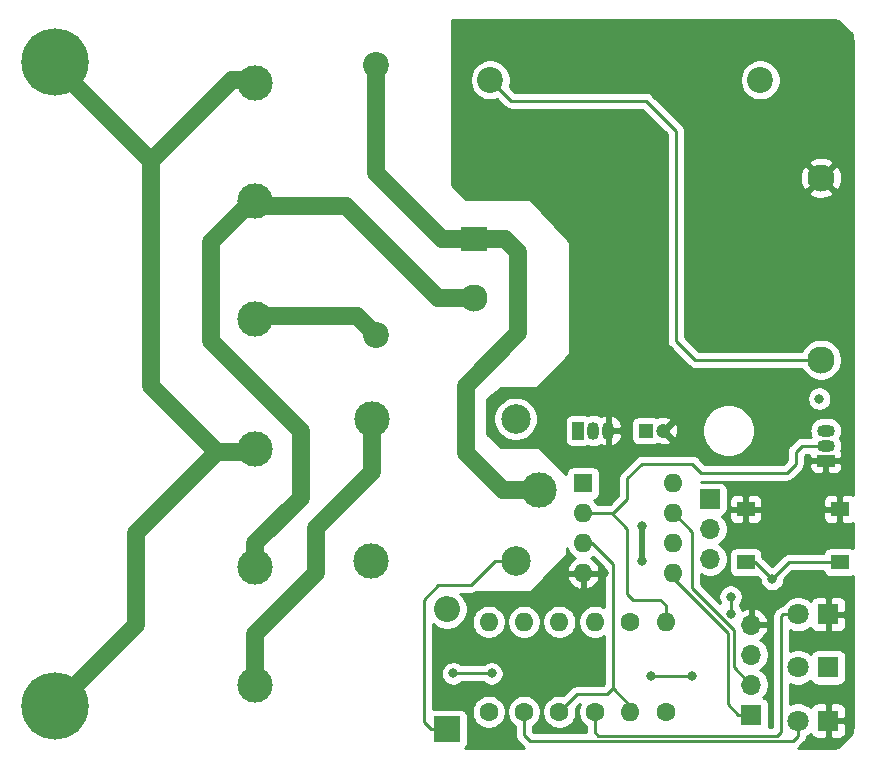
<source format=gtl>
G04 #@! TF.GenerationSoftware,KiCad,Pcbnew,(5.1.5)-3*
G04 #@! TF.CreationDate,2020-11-02T17:07:13+01:00*
G04 #@! TF.ProjectId,Heat Controller,48656174-2043-46f6-9e74-726f6c6c6572,rev?*
G04 #@! TF.SameCoordinates,Original*
G04 #@! TF.FileFunction,Copper,L1,Top*
G04 #@! TF.FilePolarity,Positive*
%FSLAX46Y46*%
G04 Gerber Fmt 4.6, Leading zero omitted, Abs format (unit mm)*
G04 Created by KiCad (PCBNEW (5.1.5)-3) date 2020-11-02 17:07:13*
%MOMM*%
%LPD*%
G04 APERTURE LIST*
%ADD10O,1.700000X1.700000*%
%ADD11R,1.700000X1.700000*%
%ADD12C,3.000000*%
%ADD13R,1.550000X1.300000*%
%ADD14C,2.300000*%
%ADD15R,2.300000X2.000000*%
%ADD16C,5.700000*%
%ADD17C,1.200000*%
%ADD18R,1.200000X1.200000*%
%ADD19O,2.200000X2.200000*%
%ADD20R,2.200000X2.200000*%
%ADD21C,1.800000*%
%ADD22R,1.800000X1.800000*%
%ADD23C,2.200000*%
%ADD24C,2.500000*%
%ADD25R,1.050000X1.500000*%
%ADD26O,1.050000X1.500000*%
%ADD27R,1.500000X1.050000*%
%ADD28O,1.500000X1.050000*%
%ADD29O,1.600000X1.600000*%
%ADD30R,1.600000X1.600000*%
%ADD31C,1.600000*%
%ADD32C,0.800000*%
%ADD33C,0.250000*%
%ADD34C,1.500000*%
%ADD35C,0.500000*%
%ADD36C,0.254000*%
G04 APERTURE END LIST*
D10*
X168000000Y-118830000D03*
X168000000Y-116290000D03*
D11*
X168000000Y-113750000D03*
D12*
X129500000Y-109500000D03*
X129500000Y-119500000D03*
X129500000Y-129500000D03*
X129500000Y-78500000D03*
X129500000Y-88500000D03*
X129500000Y-98500000D03*
D13*
X171025000Y-114590000D03*
X171025000Y-119090000D03*
X178975000Y-119090000D03*
X178975000Y-114590000D03*
D14*
X177400000Y-101950000D03*
X148000000Y-96750000D03*
D15*
X148000000Y-91750000D03*
D14*
X177400000Y-86550000D03*
D16*
X112500000Y-131250000D03*
X112500000Y-76750000D03*
D17*
X164060000Y-107950000D03*
D18*
X162560000Y-107950000D03*
D19*
X145750000Y-123090000D03*
D20*
X145750000Y-133250000D03*
D21*
X175460000Y-123500000D03*
D22*
X178000000Y-123500000D03*
D21*
X175460000Y-128000000D03*
D22*
X178000000Y-128000000D03*
D21*
X175460000Y-132500000D03*
D22*
X178000000Y-132500000D03*
D23*
X139750000Y-99860000D03*
X139750000Y-77000000D03*
X149390000Y-78250000D03*
X172250000Y-78250000D03*
D10*
X171500000Y-124380000D03*
X171500000Y-126920000D03*
X171500000Y-129460000D03*
D11*
X171500000Y-132000000D03*
D12*
X153500000Y-113000000D03*
D24*
X151550000Y-118950000D03*
D12*
X139300000Y-119000000D03*
X139350000Y-106950000D03*
D24*
X151550000Y-106950000D03*
D25*
X156845000Y-107950000D03*
D26*
X159385000Y-107950000D03*
X158115000Y-107950000D03*
D27*
X177800000Y-110490000D03*
D28*
X177800000Y-107950000D03*
X177800000Y-109220000D03*
D29*
X164870000Y-112395000D03*
X157250000Y-120015000D03*
X164870000Y-114935000D03*
X157250000Y-117475000D03*
X164870000Y-117475000D03*
X157250000Y-114935000D03*
X164870000Y-120015000D03*
D30*
X157250000Y-112395000D03*
D29*
X149250000Y-124130000D03*
D31*
X149250000Y-131750000D03*
D29*
X161250000Y-131750000D03*
D31*
X161250000Y-124130000D03*
D29*
X158250000Y-124130000D03*
D31*
X158250000Y-131750000D03*
D29*
X155250000Y-124130000D03*
D31*
X155250000Y-131750000D03*
D29*
X152250000Y-124130000D03*
D31*
X152250000Y-131750000D03*
X164250000Y-131750000D03*
D29*
X164250000Y-124130000D03*
D32*
X179000000Y-105250000D03*
X174750000Y-113000000D03*
X159000000Y-120000000D03*
X159000000Y-113500000D03*
X176250000Y-120500000D03*
X176250000Y-117500000D03*
X177250000Y-105250000D03*
X146250000Y-128500000D03*
X149500000Y-128500000D03*
X166500000Y-128750000D03*
X163000000Y-128750000D03*
X162250000Y-119000000D03*
X162250000Y-116000000D03*
X169750000Y-122000000D03*
X169750000Y-123500000D03*
X173250000Y-120500000D03*
D33*
X173160000Y-114590000D02*
X174750000Y-113000000D01*
X170650000Y-114590000D02*
X173160000Y-114590000D01*
X176340000Y-114590000D02*
X174750000Y-113000000D01*
X178600000Y-114590000D02*
X176340000Y-114590000D01*
X149782234Y-118950000D02*
X147732234Y-121000000D01*
X151550000Y-118950000D02*
X149782234Y-118950000D01*
X147732234Y-121000000D02*
X145000000Y-121000000D01*
X145000000Y-121000000D02*
X143750000Y-122250000D01*
X144400000Y-133250000D02*
X145750000Y-133250000D01*
X143750000Y-132600000D02*
X144400000Y-133250000D01*
X143750000Y-122250000D02*
X143750000Y-132600000D01*
X158250000Y-133500000D02*
X158250000Y-131750000D01*
X158549990Y-133799990D02*
X158250000Y-133500000D01*
X174187208Y-123500000D02*
X174000000Y-123687208D01*
X175460000Y-123500000D02*
X174187208Y-123500000D01*
X173700010Y-133799990D02*
X158549990Y-133799990D01*
X174000000Y-123687208D02*
X174000000Y-133500000D01*
X174000000Y-133500000D02*
X173700010Y-133799990D01*
X152250000Y-133750000D02*
X152250000Y-131750000D01*
X152750000Y-134250000D02*
X152250000Y-133750000D01*
X175000000Y-134250000D02*
X152750000Y-134250000D01*
X175460000Y-132500000D02*
X175460000Y-133790000D01*
X175460000Y-133790000D02*
X175000000Y-134250000D01*
D34*
X138140000Y-98250000D02*
X139750000Y-99860000D01*
X129500000Y-98250000D02*
X138140000Y-98250000D01*
X145350000Y-91750000D02*
X139700000Y-86100000D01*
X148000000Y-91750000D02*
X145350000Y-91750000D01*
X139750000Y-86050000D02*
X139750000Y-77000000D01*
X139700000Y-86100000D02*
X139750000Y-86050000D01*
X150465000Y-113000000D02*
X153500000Y-113000000D01*
X147320000Y-109855000D02*
X150465000Y-113000000D01*
X150650000Y-91750000D02*
X151765000Y-92865000D01*
X151765000Y-99695000D02*
X147320000Y-104140000D01*
X148000000Y-91750000D02*
X150650000Y-91750000D01*
X151765000Y-92865000D02*
X151765000Y-99695000D01*
X147320000Y-104140000D02*
X147320000Y-109855000D01*
D33*
X151150000Y-80010000D02*
X149390000Y-78250000D01*
X162560000Y-80010000D02*
X151150000Y-80010000D01*
X166720000Y-101950000D02*
X165100000Y-100330000D01*
X165100000Y-100330000D02*
X165100000Y-82550000D01*
X177400000Y-101950000D02*
X166720000Y-101950000D01*
X165100000Y-82550000D02*
X162560000Y-80010000D01*
D34*
X145010000Y-96750000D02*
X148000000Y-96750000D01*
X137160000Y-88900000D02*
X145010000Y-96750000D01*
X129500000Y-88250000D02*
X130150000Y-88900000D01*
X125730000Y-92020000D02*
X129500000Y-88250000D01*
X129500000Y-117490000D02*
X133350000Y-113640000D01*
X125730000Y-100330000D02*
X125730000Y-92020000D01*
X130150000Y-88900000D02*
X137160000Y-88900000D01*
X129500000Y-119750000D02*
X129500000Y-117490000D01*
X133350000Y-107950000D02*
X125730000Y-100330000D01*
X133350000Y-113640000D02*
X133350000Y-107950000D01*
X134620000Y-116205000D02*
X139350000Y-111475000D01*
X139350000Y-111475000D02*
X139350000Y-106950000D01*
X129500000Y-129750000D02*
X129500000Y-125135000D01*
X134620000Y-120015000D02*
X134620000Y-116205000D01*
X129500000Y-125135000D02*
X134620000Y-120015000D01*
D33*
X167500000Y-118885000D02*
X167640000Y-118745000D01*
X146250000Y-128500000D02*
X149500000Y-128500000D01*
X163000000Y-128750000D02*
X166500000Y-128750000D01*
D35*
X162250000Y-119000000D02*
X162250000Y-116000000D01*
D34*
X120650000Y-104140000D02*
X120650000Y-87100000D01*
X129500000Y-109750000D02*
X126260000Y-109750000D01*
X126260000Y-109750000D02*
X120650000Y-104140000D01*
X120650000Y-85090000D02*
X112395000Y-76835000D01*
X120650000Y-87100000D02*
X120650000Y-85090000D01*
X127490000Y-78250000D02*
X129500000Y-78250000D01*
X120650000Y-85090000D02*
X127490000Y-78250000D01*
X119380000Y-116630000D02*
X126260000Y-109750000D01*
X119380000Y-124370000D02*
X119380000Y-116630000D01*
X119380000Y-124370000D02*
X112500000Y-131250000D01*
D33*
X166500000Y-121250000D02*
X166500000Y-116519991D01*
X170000000Y-127960000D02*
X170000000Y-124798012D01*
X171500000Y-129460000D02*
X170000000Y-127960000D01*
X166500000Y-116519991D02*
X164915009Y-114935000D01*
X170000000Y-124798012D02*
X169024999Y-123823011D01*
X169024999Y-123774999D02*
X166500000Y-121250000D01*
X169024999Y-123823011D02*
X169024999Y-123774999D01*
X170400000Y-132000000D02*
X169500000Y-131100000D01*
X171500000Y-132000000D02*
X170400000Y-132000000D01*
X169500000Y-125050000D02*
X164465000Y-120015000D01*
X169500000Y-131100000D02*
X169500000Y-125050000D01*
X169750000Y-123500000D02*
X169750000Y-122000000D01*
X161250000Y-131250000D02*
X161250000Y-131750000D01*
X159750000Y-129750000D02*
X161250000Y-131250000D01*
X157976370Y-117475000D02*
X159750000Y-119248630D01*
X156845000Y-117475000D02*
X157976370Y-117475000D01*
X159750000Y-119248630D02*
X159750000Y-129750000D01*
X156000000Y-131000000D02*
X155250000Y-131750000D01*
X156750000Y-130250000D02*
X156000000Y-131000000D01*
X159750000Y-129750000D02*
X159250000Y-130250000D01*
X159250000Y-130250000D02*
X156750000Y-130250000D01*
X171840000Y-119090000D02*
X173250000Y-120500000D01*
X170650000Y-119090000D02*
X171840000Y-119090000D01*
X174660000Y-119090000D02*
X173250000Y-120500000D01*
X178600000Y-119090000D02*
X174660000Y-119090000D01*
X164250000Y-122750000D02*
X163750000Y-122250000D01*
X159685000Y-114935000D02*
X156845000Y-114935000D01*
X161000000Y-116250000D02*
X159685000Y-114935000D01*
X164250000Y-124130000D02*
X164250000Y-122750000D01*
X161000000Y-121750000D02*
X161000000Y-116250000D01*
X163750000Y-122250000D02*
X161500000Y-122250000D01*
X161500000Y-122250000D02*
X161000000Y-121750000D01*
X175250000Y-109750000D02*
X175780000Y-109220000D01*
X175250000Y-110770000D02*
X175250000Y-109750000D01*
X174520000Y-111500000D02*
X175250000Y-110770000D01*
X166500000Y-110750000D02*
X167250000Y-111500000D01*
X159685000Y-114935000D02*
X159815000Y-114935000D01*
X161000000Y-113750000D02*
X161000000Y-112000000D01*
X175780000Y-109220000D02*
X177800000Y-109220000D01*
X161000000Y-112000000D02*
X162250000Y-110750000D01*
X167250000Y-111500000D02*
X174520000Y-111500000D01*
X159815000Y-114935000D02*
X161000000Y-113750000D01*
X162250000Y-110750000D02*
X166500000Y-110750000D01*
D36*
G36*
X178606775Y-73198147D02*
G01*
X178838504Y-73268110D01*
X179981293Y-74410899D01*
X180049319Y-74630656D01*
X180090001Y-75017722D01*
X180090000Y-113401716D01*
X179994180Y-113350498D01*
X179874482Y-113314188D01*
X179750000Y-113301928D01*
X179260750Y-113305000D01*
X179102000Y-113463750D01*
X179102000Y-114463000D01*
X179122000Y-114463000D01*
X179122000Y-114717000D01*
X179102000Y-114717000D01*
X179102000Y-115716250D01*
X179260750Y-115875000D01*
X179750000Y-115878072D01*
X179874482Y-115865812D01*
X179994180Y-115829502D01*
X180090000Y-115778284D01*
X180090000Y-117901716D01*
X179994180Y-117850498D01*
X179874482Y-117814188D01*
X179750000Y-117801928D01*
X178200000Y-117801928D01*
X178075518Y-117814188D01*
X177955820Y-117850498D01*
X177845506Y-117909463D01*
X177748815Y-117988815D01*
X177669463Y-118085506D01*
X177610498Y-118195820D01*
X177574188Y-118315518D01*
X177572762Y-118330000D01*
X174697322Y-118330000D01*
X174659999Y-118326324D01*
X174622676Y-118330000D01*
X174622667Y-118330000D01*
X174511014Y-118340997D01*
X174367753Y-118384454D01*
X174235723Y-118455026D01*
X174181377Y-118499627D01*
X174119999Y-118549999D01*
X174096201Y-118578997D01*
X173250000Y-119425198D01*
X172438072Y-118613271D01*
X172438072Y-118440000D01*
X172425812Y-118315518D01*
X172389502Y-118195820D01*
X172330537Y-118085506D01*
X172251185Y-117988815D01*
X172154494Y-117909463D01*
X172044180Y-117850498D01*
X171924482Y-117814188D01*
X171800000Y-117801928D01*
X170250000Y-117801928D01*
X170125518Y-117814188D01*
X170005820Y-117850498D01*
X169895506Y-117909463D01*
X169798815Y-117988815D01*
X169719463Y-118085506D01*
X169660498Y-118195820D01*
X169624188Y-118315518D01*
X169611928Y-118440000D01*
X169611928Y-119740000D01*
X169624188Y-119864482D01*
X169660498Y-119984180D01*
X169719463Y-120094494D01*
X169798815Y-120191185D01*
X169895506Y-120270537D01*
X170005820Y-120329502D01*
X170125518Y-120365812D01*
X170250000Y-120378072D01*
X171800000Y-120378072D01*
X171924482Y-120365812D01*
X172013889Y-120338691D01*
X172215000Y-120539802D01*
X172215000Y-120601939D01*
X172254774Y-120801898D01*
X172332795Y-120990256D01*
X172446063Y-121159774D01*
X172590226Y-121303937D01*
X172759744Y-121417205D01*
X172948102Y-121495226D01*
X173148061Y-121535000D01*
X173351939Y-121535000D01*
X173551898Y-121495226D01*
X173740256Y-121417205D01*
X173909774Y-121303937D01*
X174053937Y-121159774D01*
X174167205Y-120990256D01*
X174245226Y-120801898D01*
X174285000Y-120601939D01*
X174285000Y-120539801D01*
X174974802Y-119850000D01*
X177572762Y-119850000D01*
X177574188Y-119864482D01*
X177610498Y-119984180D01*
X177669463Y-120094494D01*
X177748815Y-120191185D01*
X177845506Y-120270537D01*
X177955820Y-120329502D01*
X178075518Y-120365812D01*
X178200000Y-120378072D01*
X179750000Y-120378072D01*
X179874482Y-120365812D01*
X179994180Y-120329502D01*
X180090000Y-120278284D01*
X180090000Y-132967721D01*
X180051853Y-133356776D01*
X179981890Y-133588504D01*
X178839101Y-134731293D01*
X178619344Y-134799319D01*
X178232288Y-134840000D01*
X175479077Y-134840000D01*
X175540001Y-134790001D01*
X175563804Y-134760997D01*
X175970997Y-134353804D01*
X176000001Y-134330001D01*
X176094974Y-134214276D01*
X176165546Y-134082247D01*
X176209003Y-133938986D01*
X176218842Y-133839086D01*
X176438505Y-133692312D01*
X176504944Y-133625873D01*
X176510498Y-133644180D01*
X176569463Y-133754494D01*
X176648815Y-133851185D01*
X176745506Y-133930537D01*
X176855820Y-133989502D01*
X176975518Y-134025812D01*
X177100000Y-134038072D01*
X177714250Y-134035000D01*
X177873000Y-133876250D01*
X177873000Y-132627000D01*
X178127000Y-132627000D01*
X178127000Y-133876250D01*
X178285750Y-134035000D01*
X178900000Y-134038072D01*
X179024482Y-134025812D01*
X179144180Y-133989502D01*
X179254494Y-133930537D01*
X179351185Y-133851185D01*
X179430537Y-133754494D01*
X179489502Y-133644180D01*
X179525812Y-133524482D01*
X179538072Y-133400000D01*
X179535000Y-132785750D01*
X179376250Y-132627000D01*
X178127000Y-132627000D01*
X177873000Y-132627000D01*
X177853000Y-132627000D01*
X177853000Y-132373000D01*
X177873000Y-132373000D01*
X177873000Y-131123750D01*
X178127000Y-131123750D01*
X178127000Y-132373000D01*
X179376250Y-132373000D01*
X179535000Y-132214250D01*
X179538072Y-131600000D01*
X179525812Y-131475518D01*
X179489502Y-131355820D01*
X179430537Y-131245506D01*
X179351185Y-131148815D01*
X179254494Y-131069463D01*
X179144180Y-131010498D01*
X179024482Y-130974188D01*
X178900000Y-130961928D01*
X178285750Y-130965000D01*
X178127000Y-131123750D01*
X177873000Y-131123750D01*
X177714250Y-130965000D01*
X177100000Y-130961928D01*
X176975518Y-130974188D01*
X176855820Y-131010498D01*
X176745506Y-131069463D01*
X176648815Y-131148815D01*
X176569463Y-131245506D01*
X176510498Y-131355820D01*
X176504944Y-131374127D01*
X176438505Y-131307688D01*
X176187095Y-131139701D01*
X175907743Y-131023989D01*
X175611184Y-130965000D01*
X175308816Y-130965000D01*
X175012257Y-131023989D01*
X174760000Y-131128478D01*
X174760000Y-129371522D01*
X175012257Y-129476011D01*
X175308816Y-129535000D01*
X175611184Y-129535000D01*
X175907743Y-129476011D01*
X176187095Y-129360299D01*
X176438505Y-129192312D01*
X176504944Y-129125873D01*
X176510498Y-129144180D01*
X176569463Y-129254494D01*
X176648815Y-129351185D01*
X176745506Y-129430537D01*
X176855820Y-129489502D01*
X176975518Y-129525812D01*
X177100000Y-129538072D01*
X178900000Y-129538072D01*
X179024482Y-129525812D01*
X179144180Y-129489502D01*
X179254494Y-129430537D01*
X179351185Y-129351185D01*
X179430537Y-129254494D01*
X179489502Y-129144180D01*
X179525812Y-129024482D01*
X179538072Y-128900000D01*
X179538072Y-127100000D01*
X179525812Y-126975518D01*
X179489502Y-126855820D01*
X179430537Y-126745506D01*
X179351185Y-126648815D01*
X179254494Y-126569463D01*
X179144180Y-126510498D01*
X179024482Y-126474188D01*
X178900000Y-126461928D01*
X177100000Y-126461928D01*
X176975518Y-126474188D01*
X176855820Y-126510498D01*
X176745506Y-126569463D01*
X176648815Y-126648815D01*
X176569463Y-126745506D01*
X176510498Y-126855820D01*
X176504944Y-126874127D01*
X176438505Y-126807688D01*
X176187095Y-126639701D01*
X175907743Y-126523989D01*
X175611184Y-126465000D01*
X175308816Y-126465000D01*
X175012257Y-126523989D01*
X174760000Y-126628478D01*
X174760000Y-124871522D01*
X175012257Y-124976011D01*
X175308816Y-125035000D01*
X175611184Y-125035000D01*
X175907743Y-124976011D01*
X176187095Y-124860299D01*
X176438505Y-124692312D01*
X176504944Y-124625873D01*
X176510498Y-124644180D01*
X176569463Y-124754494D01*
X176648815Y-124851185D01*
X176745506Y-124930537D01*
X176855820Y-124989502D01*
X176975518Y-125025812D01*
X177100000Y-125038072D01*
X177714250Y-125035000D01*
X177873000Y-124876250D01*
X177873000Y-123627000D01*
X178127000Y-123627000D01*
X178127000Y-124876250D01*
X178285750Y-125035000D01*
X178900000Y-125038072D01*
X179024482Y-125025812D01*
X179144180Y-124989502D01*
X179254494Y-124930537D01*
X179351185Y-124851185D01*
X179430537Y-124754494D01*
X179489502Y-124644180D01*
X179525812Y-124524482D01*
X179538072Y-124400000D01*
X179535000Y-123785750D01*
X179376250Y-123627000D01*
X178127000Y-123627000D01*
X177873000Y-123627000D01*
X177853000Y-123627000D01*
X177853000Y-123373000D01*
X177873000Y-123373000D01*
X177873000Y-122123750D01*
X178127000Y-122123750D01*
X178127000Y-123373000D01*
X179376250Y-123373000D01*
X179535000Y-123214250D01*
X179538072Y-122600000D01*
X179525812Y-122475518D01*
X179489502Y-122355820D01*
X179430537Y-122245506D01*
X179351185Y-122148815D01*
X179254494Y-122069463D01*
X179144180Y-122010498D01*
X179024482Y-121974188D01*
X178900000Y-121961928D01*
X178285750Y-121965000D01*
X178127000Y-122123750D01*
X177873000Y-122123750D01*
X177714250Y-121965000D01*
X177100000Y-121961928D01*
X176975518Y-121974188D01*
X176855820Y-122010498D01*
X176745506Y-122069463D01*
X176648815Y-122148815D01*
X176569463Y-122245506D01*
X176510498Y-122355820D01*
X176504944Y-122374127D01*
X176438505Y-122307688D01*
X176187095Y-122139701D01*
X175907743Y-122023989D01*
X175611184Y-121965000D01*
X175308816Y-121965000D01*
X175012257Y-122023989D01*
X174732905Y-122139701D01*
X174481495Y-122307688D01*
X174267688Y-122521495D01*
X174119702Y-122742972D01*
X174038222Y-122750997D01*
X173894961Y-122794454D01*
X173762932Y-122865026D01*
X173647207Y-122959999D01*
X173623404Y-122989003D01*
X173489003Y-123123404D01*
X173459999Y-123147207D01*
X173426491Y-123188037D01*
X173365026Y-123262932D01*
X173306193Y-123373000D01*
X173294454Y-123394962D01*
X173250997Y-123538223D01*
X173240000Y-123649876D01*
X173240000Y-123649886D01*
X173236324Y-123687208D01*
X173240000Y-123724530D01*
X173240001Y-133039990D01*
X172955940Y-133039990D01*
X172975812Y-132974482D01*
X172988072Y-132850000D01*
X172988072Y-131150000D01*
X172975812Y-131025518D01*
X172939502Y-130905820D01*
X172880537Y-130795506D01*
X172801185Y-130698815D01*
X172704494Y-130619463D01*
X172594180Y-130560498D01*
X172521620Y-130538487D01*
X172653475Y-130406632D01*
X172815990Y-130163411D01*
X172927932Y-129893158D01*
X172985000Y-129606260D01*
X172985000Y-129313740D01*
X172927932Y-129026842D01*
X172815990Y-128756589D01*
X172653475Y-128513368D01*
X172446632Y-128306525D01*
X172272240Y-128190000D01*
X172446632Y-128073475D01*
X172653475Y-127866632D01*
X172815990Y-127623411D01*
X172927932Y-127353158D01*
X172985000Y-127066260D01*
X172985000Y-126773740D01*
X172927932Y-126486842D01*
X172815990Y-126216589D01*
X172653475Y-125973368D01*
X172446632Y-125766525D01*
X172264466Y-125644805D01*
X172381355Y-125575178D01*
X172597588Y-125380269D01*
X172771641Y-125146920D01*
X172896825Y-124884099D01*
X172941476Y-124736890D01*
X172820155Y-124507000D01*
X171627000Y-124507000D01*
X171627000Y-124527000D01*
X171373000Y-124527000D01*
X171373000Y-124507000D01*
X171353000Y-124507000D01*
X171353000Y-124253000D01*
X171373000Y-124253000D01*
X171373000Y-123059186D01*
X171627000Y-123059186D01*
X171627000Y-124253000D01*
X172820155Y-124253000D01*
X172941476Y-124023110D01*
X172896825Y-123875901D01*
X172771641Y-123613080D01*
X172597588Y-123379731D01*
X172381355Y-123184822D01*
X172131252Y-123035843D01*
X171856891Y-122938519D01*
X171627000Y-123059186D01*
X171373000Y-123059186D01*
X171143109Y-122938519D01*
X170868748Y-123035843D01*
X170715763Y-123126972D01*
X170667205Y-123009744D01*
X170553937Y-122840226D01*
X170510000Y-122796289D01*
X170510000Y-122703711D01*
X170553937Y-122659774D01*
X170667205Y-122490256D01*
X170745226Y-122301898D01*
X170785000Y-122101939D01*
X170785000Y-121898061D01*
X170745226Y-121698102D01*
X170667205Y-121509744D01*
X170553937Y-121340226D01*
X170409774Y-121196063D01*
X170240256Y-121082795D01*
X170051898Y-121004774D01*
X169851939Y-120965000D01*
X169648061Y-120965000D01*
X169448102Y-121004774D01*
X169259744Y-121082795D01*
X169090226Y-121196063D01*
X168946063Y-121340226D01*
X168832795Y-121509744D01*
X168754774Y-121698102D01*
X168715000Y-121898061D01*
X168715000Y-122101939D01*
X168754774Y-122301898D01*
X168832795Y-122490256D01*
X168868512Y-122543710D01*
X167260000Y-120935199D01*
X167260000Y-120121542D01*
X167296589Y-120145990D01*
X167566842Y-120257932D01*
X167853740Y-120315000D01*
X168146260Y-120315000D01*
X168433158Y-120257932D01*
X168703411Y-120145990D01*
X168946632Y-119983475D01*
X169153475Y-119776632D01*
X169315990Y-119533411D01*
X169427932Y-119263158D01*
X169485000Y-118976260D01*
X169485000Y-118683740D01*
X169427932Y-118396842D01*
X169315990Y-118126589D01*
X169153475Y-117883368D01*
X168946632Y-117676525D01*
X168772240Y-117560000D01*
X168946632Y-117443475D01*
X169153475Y-117236632D01*
X169315990Y-116993411D01*
X169427932Y-116723158D01*
X169485000Y-116436260D01*
X169485000Y-116143740D01*
X169427932Y-115856842D01*
X169315990Y-115586589D01*
X169153475Y-115343368D01*
X169050107Y-115240000D01*
X169611928Y-115240000D01*
X169624188Y-115364482D01*
X169660498Y-115484180D01*
X169719463Y-115594494D01*
X169798815Y-115691185D01*
X169895506Y-115770537D01*
X170005820Y-115829502D01*
X170125518Y-115865812D01*
X170250000Y-115878072D01*
X170739250Y-115875000D01*
X170898000Y-115716250D01*
X170898000Y-114717000D01*
X171152000Y-114717000D01*
X171152000Y-115716250D01*
X171310750Y-115875000D01*
X171800000Y-115878072D01*
X171924482Y-115865812D01*
X172044180Y-115829502D01*
X172154494Y-115770537D01*
X172251185Y-115691185D01*
X172330537Y-115594494D01*
X172389502Y-115484180D01*
X172425812Y-115364482D01*
X172438072Y-115240000D01*
X177561928Y-115240000D01*
X177574188Y-115364482D01*
X177610498Y-115484180D01*
X177669463Y-115594494D01*
X177748815Y-115691185D01*
X177845506Y-115770537D01*
X177955820Y-115829502D01*
X178075518Y-115865812D01*
X178200000Y-115878072D01*
X178689250Y-115875000D01*
X178848000Y-115716250D01*
X178848000Y-114717000D01*
X177723750Y-114717000D01*
X177565000Y-114875750D01*
X177561928Y-115240000D01*
X172438072Y-115240000D01*
X172435000Y-114875750D01*
X172276250Y-114717000D01*
X171152000Y-114717000D01*
X170898000Y-114717000D01*
X169773750Y-114717000D01*
X169615000Y-114875750D01*
X169611928Y-115240000D01*
X169050107Y-115240000D01*
X169021620Y-115211513D01*
X169094180Y-115189502D01*
X169204494Y-115130537D01*
X169301185Y-115051185D01*
X169380537Y-114954494D01*
X169439502Y-114844180D01*
X169475812Y-114724482D01*
X169488072Y-114600000D01*
X169488072Y-113940000D01*
X169611928Y-113940000D01*
X169615000Y-114304250D01*
X169773750Y-114463000D01*
X170898000Y-114463000D01*
X170898000Y-113463750D01*
X171152000Y-113463750D01*
X171152000Y-114463000D01*
X172276250Y-114463000D01*
X172435000Y-114304250D01*
X172438072Y-113940000D01*
X177561928Y-113940000D01*
X177565000Y-114304250D01*
X177723750Y-114463000D01*
X178848000Y-114463000D01*
X178848000Y-113463750D01*
X178689250Y-113305000D01*
X178200000Y-113301928D01*
X178075518Y-113314188D01*
X177955820Y-113350498D01*
X177845506Y-113409463D01*
X177748815Y-113488815D01*
X177669463Y-113585506D01*
X177610498Y-113695820D01*
X177574188Y-113815518D01*
X177561928Y-113940000D01*
X172438072Y-113940000D01*
X172425812Y-113815518D01*
X172389502Y-113695820D01*
X172330537Y-113585506D01*
X172251185Y-113488815D01*
X172154494Y-113409463D01*
X172044180Y-113350498D01*
X171924482Y-113314188D01*
X171800000Y-113301928D01*
X171310750Y-113305000D01*
X171152000Y-113463750D01*
X170898000Y-113463750D01*
X170739250Y-113305000D01*
X170250000Y-113301928D01*
X170125518Y-113314188D01*
X170005820Y-113350498D01*
X169895506Y-113409463D01*
X169798815Y-113488815D01*
X169719463Y-113585506D01*
X169660498Y-113695820D01*
X169624188Y-113815518D01*
X169611928Y-113940000D01*
X169488072Y-113940000D01*
X169488072Y-112900000D01*
X169475812Y-112775518D01*
X169439502Y-112655820D01*
X169380537Y-112545506D01*
X169301185Y-112448815D01*
X169204494Y-112369463D01*
X169094180Y-112310498D01*
X168974482Y-112274188D01*
X168850000Y-112261928D01*
X167267747Y-112261928D01*
X167287322Y-112260000D01*
X174482678Y-112260000D01*
X174520000Y-112263676D01*
X174557322Y-112260000D01*
X174557333Y-112260000D01*
X174668986Y-112249003D01*
X174812247Y-112205546D01*
X174944276Y-112134974D01*
X175060001Y-112040001D01*
X175083803Y-112010998D01*
X175761004Y-111333798D01*
X175790001Y-111310001D01*
X175830213Y-111261003D01*
X175884974Y-111194277D01*
X175955546Y-111062247D01*
X175969877Y-111015000D01*
X176411928Y-111015000D01*
X176424188Y-111139482D01*
X176460498Y-111259180D01*
X176519463Y-111369494D01*
X176598815Y-111466185D01*
X176695506Y-111545537D01*
X176805820Y-111604502D01*
X176925518Y-111640812D01*
X177050000Y-111653072D01*
X177514250Y-111650000D01*
X177673000Y-111491250D01*
X177673000Y-110617000D01*
X177927000Y-110617000D01*
X177927000Y-111491250D01*
X178085750Y-111650000D01*
X178550000Y-111653072D01*
X178674482Y-111640812D01*
X178794180Y-111604502D01*
X178904494Y-111545537D01*
X179001185Y-111466185D01*
X179080537Y-111369494D01*
X179139502Y-111259180D01*
X179175812Y-111139482D01*
X179188072Y-111015000D01*
X179185000Y-110775750D01*
X179026250Y-110617000D01*
X177927000Y-110617000D01*
X177673000Y-110617000D01*
X176573750Y-110617000D01*
X176415000Y-110775750D01*
X176411928Y-111015000D01*
X175969877Y-111015000D01*
X175977765Y-110988998D01*
X175999003Y-110918986D01*
X176010000Y-110807333D01*
X176010000Y-110807323D01*
X176013676Y-110770000D01*
X176010000Y-110732677D01*
X176010000Y-110064801D01*
X176094802Y-109980000D01*
X176412121Y-109980000D01*
X176415000Y-110204250D01*
X176573750Y-110363000D01*
X177346891Y-110363000D01*
X177347600Y-110363215D01*
X177518021Y-110380000D01*
X178081979Y-110380000D01*
X178252400Y-110363215D01*
X178253109Y-110363000D01*
X179026250Y-110363000D01*
X179185000Y-110204250D01*
X179188072Y-109965000D01*
X179175812Y-109840518D01*
X179139502Y-109720820D01*
X179104907Y-109656098D01*
X179168215Y-109447400D01*
X179190612Y-109220000D01*
X179168215Y-108992600D01*
X179101885Y-108773940D01*
X179000895Y-108585000D01*
X179101885Y-108396060D01*
X179168215Y-108177400D01*
X179190612Y-107950000D01*
X179168215Y-107722600D01*
X179101885Y-107503940D01*
X178994171Y-107302421D01*
X178849212Y-107125788D01*
X178672579Y-106980829D01*
X178471060Y-106873115D01*
X178252400Y-106806785D01*
X178081979Y-106790000D01*
X177518021Y-106790000D01*
X177347600Y-106806785D01*
X177128940Y-106873115D01*
X176927421Y-106980829D01*
X176750788Y-107125788D01*
X176605829Y-107302421D01*
X176498115Y-107503940D01*
X176431785Y-107722600D01*
X176409388Y-107950000D01*
X176431785Y-108177400D01*
X176498115Y-108396060D01*
X176532292Y-108460000D01*
X175817322Y-108460000D01*
X175779999Y-108456324D01*
X175742676Y-108460000D01*
X175742667Y-108460000D01*
X175631014Y-108470997D01*
X175487753Y-108514454D01*
X175355724Y-108585026D01*
X175239999Y-108679999D01*
X175216200Y-108708998D01*
X174738998Y-109186201D01*
X174710000Y-109209999D01*
X174686202Y-109238997D01*
X174686201Y-109238998D01*
X174615026Y-109325724D01*
X174544454Y-109457754D01*
X174527449Y-109513815D01*
X174500998Y-109601014D01*
X174492624Y-109686038D01*
X174486324Y-109750000D01*
X174490001Y-109787332D01*
X174490000Y-110455198D01*
X174205199Y-110740000D01*
X167564802Y-110740000D01*
X167063803Y-110239002D01*
X167040001Y-110209999D01*
X166924276Y-110115026D01*
X166792247Y-110044454D01*
X166648986Y-110000997D01*
X166537333Y-109990000D01*
X166537322Y-109990000D01*
X166500000Y-109986324D01*
X166462678Y-109990000D01*
X162287323Y-109990000D01*
X162250000Y-109986324D01*
X162212677Y-109990000D01*
X162212667Y-109990000D01*
X162101014Y-110000997D01*
X161965032Y-110042246D01*
X161957753Y-110044454D01*
X161825723Y-110115026D01*
X161742083Y-110183668D01*
X161709999Y-110209999D01*
X161686201Y-110238997D01*
X160488998Y-111436201D01*
X160460000Y-111459999D01*
X160436202Y-111488997D01*
X160436201Y-111488998D01*
X160365026Y-111575724D01*
X160294454Y-111707754D01*
X160250998Y-111851015D01*
X160236324Y-112000000D01*
X160240001Y-112037332D01*
X160240000Y-113435198D01*
X159500199Y-114175000D01*
X158468043Y-114175000D01*
X158364637Y-114020241D01*
X158166039Y-113821643D01*
X158174482Y-113820812D01*
X158294180Y-113784502D01*
X158404494Y-113725537D01*
X158501185Y-113646185D01*
X158580537Y-113549494D01*
X158639502Y-113439180D01*
X158675812Y-113319482D01*
X158688072Y-113195000D01*
X158688072Y-111595000D01*
X158675812Y-111470518D01*
X158639502Y-111350820D01*
X158580537Y-111240506D01*
X158501185Y-111143815D01*
X158404494Y-111064463D01*
X158294180Y-111005498D01*
X158174482Y-110969188D01*
X158050000Y-110956928D01*
X156450000Y-110956928D01*
X156325518Y-110969188D01*
X156205820Y-111005498D01*
X156095506Y-111064463D01*
X155998815Y-111143815D01*
X155919463Y-111240506D01*
X155860498Y-111350820D01*
X155824188Y-111470518D01*
X155811928Y-111595000D01*
X155811928Y-111632322D01*
X153589803Y-109410197D01*
X153570557Y-109394403D01*
X153548601Y-109382667D01*
X153524776Y-109375440D01*
X153500000Y-109373000D01*
X150302606Y-109373000D01*
X149127000Y-108197394D01*
X149127000Y-106764344D01*
X149665000Y-106764344D01*
X149665000Y-107135656D01*
X149737439Y-107499834D01*
X149879534Y-107842882D01*
X150085825Y-108151618D01*
X150348382Y-108414175D01*
X150657118Y-108620466D01*
X151000166Y-108762561D01*
X151364344Y-108835000D01*
X151735656Y-108835000D01*
X152099834Y-108762561D01*
X152442882Y-108620466D01*
X152751618Y-108414175D01*
X153014175Y-108151618D01*
X153220466Y-107842882D01*
X153362561Y-107499834D01*
X153422201Y-107200000D01*
X155681928Y-107200000D01*
X155681928Y-108700000D01*
X155694188Y-108824482D01*
X155730498Y-108944180D01*
X155789463Y-109054494D01*
X155868815Y-109151185D01*
X155965506Y-109230537D01*
X156075820Y-109289502D01*
X156195518Y-109325812D01*
X156320000Y-109338072D01*
X157370000Y-109338072D01*
X157494482Y-109325812D01*
X157614180Y-109289502D01*
X157678902Y-109254907D01*
X157887601Y-109318215D01*
X158115000Y-109340612D01*
X158342400Y-109318215D01*
X158561060Y-109251885D01*
X158749669Y-109151071D01*
X158808118Y-109192275D01*
X159017663Y-109285272D01*
X159079190Y-109293964D01*
X159258000Y-109168163D01*
X159258000Y-108403108D01*
X159258215Y-108402399D01*
X159275000Y-108231978D01*
X159275000Y-108077000D01*
X159512000Y-108077000D01*
X159512000Y-109168163D01*
X159690810Y-109293964D01*
X159752337Y-109285272D01*
X159961882Y-109192275D01*
X160149258Y-109060184D01*
X160307264Y-108894076D01*
X160429828Y-108700334D01*
X160512239Y-108486404D01*
X160551331Y-108260507D01*
X160391598Y-108077000D01*
X159512000Y-108077000D01*
X159275000Y-108077000D01*
X159275000Y-107668021D01*
X159258215Y-107497600D01*
X159258000Y-107496891D01*
X159258000Y-106731837D01*
X159512000Y-106731837D01*
X159512000Y-107823000D01*
X160391598Y-107823000D01*
X160551331Y-107639493D01*
X160512239Y-107413596D01*
X160487741Y-107350000D01*
X161321928Y-107350000D01*
X161321928Y-108550000D01*
X161334188Y-108674482D01*
X161370498Y-108794180D01*
X161429463Y-108904494D01*
X161508815Y-109001185D01*
X161605506Y-109080537D01*
X161715820Y-109139502D01*
X161835518Y-109175812D01*
X161960000Y-109188072D01*
X163160000Y-109188072D01*
X163284482Y-109175812D01*
X163404180Y-109139502D01*
X163514494Y-109080537D01*
X163531681Y-109066432D01*
X163658516Y-109124237D01*
X163895313Y-109180000D01*
X164138438Y-109188495D01*
X164378549Y-109149395D01*
X164606418Y-109064202D01*
X164682852Y-109023348D01*
X164730159Y-108799764D01*
X164060000Y-108129605D01*
X164045858Y-108143748D01*
X163866253Y-107964143D01*
X163880395Y-107950000D01*
X164239605Y-107950000D01*
X164909764Y-108620159D01*
X165133348Y-108572852D01*
X165234237Y-108351484D01*
X165290000Y-108114687D01*
X165298495Y-107871562D01*
X165275423Y-107729872D01*
X167310000Y-107729872D01*
X167310000Y-108170128D01*
X167395890Y-108601925D01*
X167564369Y-109008669D01*
X167808962Y-109374729D01*
X168120271Y-109686038D01*
X168486331Y-109930631D01*
X168893075Y-110099110D01*
X169324872Y-110185000D01*
X169765128Y-110185000D01*
X170196925Y-110099110D01*
X170603669Y-109930631D01*
X170969729Y-109686038D01*
X171281038Y-109374729D01*
X171525631Y-109008669D01*
X171694110Y-108601925D01*
X171780000Y-108170128D01*
X171780000Y-107729872D01*
X171694110Y-107298075D01*
X171525631Y-106891331D01*
X171281038Y-106525271D01*
X170969729Y-106213962D01*
X170603669Y-105969369D01*
X170196925Y-105800890D01*
X169765128Y-105715000D01*
X169324872Y-105715000D01*
X168893075Y-105800890D01*
X168486331Y-105969369D01*
X168120271Y-106213962D01*
X167808962Y-106525271D01*
X167564369Y-106891331D01*
X167395890Y-107298075D01*
X167310000Y-107729872D01*
X165275423Y-107729872D01*
X165259395Y-107631451D01*
X165174202Y-107403582D01*
X165133348Y-107327148D01*
X164909764Y-107279841D01*
X164239605Y-107950000D01*
X163880395Y-107950000D01*
X163866253Y-107935858D01*
X164045858Y-107756253D01*
X164060000Y-107770395D01*
X164730159Y-107100236D01*
X164682852Y-106876652D01*
X164461484Y-106775763D01*
X164224687Y-106720000D01*
X163981562Y-106711505D01*
X163741451Y-106750605D01*
X163527883Y-106830451D01*
X163514494Y-106819463D01*
X163404180Y-106760498D01*
X163284482Y-106724188D01*
X163160000Y-106711928D01*
X161960000Y-106711928D01*
X161835518Y-106724188D01*
X161715820Y-106760498D01*
X161605506Y-106819463D01*
X161508815Y-106898815D01*
X161429463Y-106995506D01*
X161370498Y-107105820D01*
X161334188Y-107225518D01*
X161321928Y-107350000D01*
X160487741Y-107350000D01*
X160429828Y-107199666D01*
X160307264Y-107005924D01*
X160149258Y-106839816D01*
X159961882Y-106707725D01*
X159752337Y-106614728D01*
X159690810Y-106606036D01*
X159512000Y-106731837D01*
X159258000Y-106731837D01*
X159079190Y-106606036D01*
X159017663Y-106614728D01*
X158808118Y-106707725D01*
X158749669Y-106748929D01*
X158561059Y-106648115D01*
X158342399Y-106581785D01*
X158115000Y-106559388D01*
X157887600Y-106581785D01*
X157678902Y-106645093D01*
X157614180Y-106610498D01*
X157494482Y-106574188D01*
X157370000Y-106561928D01*
X156320000Y-106561928D01*
X156195518Y-106574188D01*
X156075820Y-106610498D01*
X155965506Y-106669463D01*
X155868815Y-106748815D01*
X155789463Y-106845506D01*
X155730498Y-106955820D01*
X155694188Y-107075518D01*
X155681928Y-107200000D01*
X153422201Y-107200000D01*
X153435000Y-107135656D01*
X153435000Y-106764344D01*
X153362561Y-106400166D01*
X153220466Y-106057118D01*
X153014175Y-105748382D01*
X152751618Y-105485825D01*
X152442882Y-105279534D01*
X152125478Y-105148061D01*
X176215000Y-105148061D01*
X176215000Y-105351939D01*
X176254774Y-105551898D01*
X176332795Y-105740256D01*
X176446063Y-105909774D01*
X176590226Y-106053937D01*
X176759744Y-106167205D01*
X176948102Y-106245226D01*
X177148061Y-106285000D01*
X177351939Y-106285000D01*
X177551898Y-106245226D01*
X177740256Y-106167205D01*
X177909774Y-106053937D01*
X178053937Y-105909774D01*
X178167205Y-105740256D01*
X178245226Y-105551898D01*
X178285000Y-105351939D01*
X178285000Y-105148061D01*
X178245226Y-104948102D01*
X178167205Y-104759744D01*
X178053937Y-104590226D01*
X177909774Y-104446063D01*
X177740256Y-104332795D01*
X177551898Y-104254774D01*
X177351939Y-104215000D01*
X177148061Y-104215000D01*
X176948102Y-104254774D01*
X176759744Y-104332795D01*
X176590226Y-104446063D01*
X176446063Y-104590226D01*
X176332795Y-104759744D01*
X176254774Y-104948102D01*
X176215000Y-105148061D01*
X152125478Y-105148061D01*
X152099834Y-105137439D01*
X151735656Y-105065000D01*
X151364344Y-105065000D01*
X151000166Y-105137439D01*
X150657118Y-105279534D01*
X150348382Y-105485825D01*
X150085825Y-105748382D01*
X149879534Y-106057118D01*
X149737439Y-106400166D01*
X149665000Y-106764344D01*
X149127000Y-106764344D01*
X149127000Y-105311039D01*
X150294549Y-104377000D01*
X153250000Y-104377000D01*
X153274776Y-104374560D01*
X153298601Y-104367333D01*
X153320557Y-104355597D01*
X153339803Y-104339803D01*
X156089803Y-101589803D01*
X156105597Y-101570557D01*
X156117333Y-101548601D01*
X156124560Y-101524776D01*
X156127000Y-101500000D01*
X156127000Y-92000000D01*
X156124560Y-91975224D01*
X156117333Y-91951399D01*
X156105597Y-91929443D01*
X156093065Y-91913583D01*
X152843065Y-88413583D01*
X152824417Y-88397087D01*
X152802910Y-88384546D01*
X152779370Y-88376443D01*
X152750000Y-88373000D01*
X147302606Y-88373000D01*
X146127000Y-87197394D01*
X146127000Y-78079117D01*
X147655000Y-78079117D01*
X147655000Y-78420883D01*
X147721675Y-78756081D01*
X147852463Y-79071831D01*
X148042337Y-79355998D01*
X148284002Y-79597663D01*
X148568169Y-79787537D01*
X148883919Y-79918325D01*
X149219117Y-79985000D01*
X149560883Y-79985000D01*
X149896081Y-79918325D01*
X149957912Y-79892714D01*
X150586200Y-80521002D01*
X150609999Y-80550001D01*
X150725724Y-80644974D01*
X150857753Y-80715546D01*
X151001014Y-80759003D01*
X151112667Y-80770000D01*
X151112677Y-80770000D01*
X151150000Y-80773676D01*
X151187323Y-80770000D01*
X162245199Y-80770000D01*
X164340001Y-82864804D01*
X164340000Y-100292678D01*
X164336324Y-100330000D01*
X164340000Y-100367322D01*
X164340000Y-100367332D01*
X164350997Y-100478985D01*
X164376634Y-100563500D01*
X164394454Y-100622246D01*
X164465026Y-100754276D01*
X164504871Y-100802826D01*
X164559999Y-100870001D01*
X164589003Y-100893804D01*
X166156201Y-102461003D01*
X166179999Y-102490001D01*
X166208997Y-102513799D01*
X166295723Y-102584974D01*
X166427753Y-102655546D01*
X166571014Y-102699003D01*
X166682667Y-102710000D01*
X166682677Y-102710000D01*
X166720000Y-102713676D01*
X166757323Y-102710000D01*
X175782732Y-102710000D01*
X175818153Y-102795515D01*
X176013500Y-103087871D01*
X176262129Y-103336500D01*
X176554485Y-103531847D01*
X176879335Y-103666404D01*
X177224193Y-103735000D01*
X177575807Y-103735000D01*
X177920665Y-103666404D01*
X178245515Y-103531847D01*
X178537871Y-103336500D01*
X178786500Y-103087871D01*
X178981847Y-102795515D01*
X179116404Y-102470665D01*
X179185000Y-102125807D01*
X179185000Y-101774193D01*
X179116404Y-101429335D01*
X178981847Y-101104485D01*
X178786500Y-100812129D01*
X178537871Y-100563500D01*
X178245515Y-100368153D01*
X177920665Y-100233596D01*
X177575807Y-100165000D01*
X177224193Y-100165000D01*
X176879335Y-100233596D01*
X176554485Y-100368153D01*
X176262129Y-100563500D01*
X176013500Y-100812129D01*
X175818153Y-101104485D01*
X175782732Y-101190000D01*
X167034802Y-101190000D01*
X165860000Y-100015199D01*
X165860000Y-87792349D01*
X176337256Y-87792349D01*
X176451118Y-88072090D01*
X176766296Y-88227961D01*
X177105826Y-88319349D01*
X177456661Y-88342741D01*
X177805319Y-88297240D01*
X178138400Y-88184594D01*
X178348882Y-88072090D01*
X178462744Y-87792349D01*
X177400000Y-86729605D01*
X176337256Y-87792349D01*
X165860000Y-87792349D01*
X165860000Y-86606661D01*
X175607259Y-86606661D01*
X175652760Y-86955319D01*
X175765406Y-87288400D01*
X175877910Y-87498882D01*
X176157651Y-87612744D01*
X177220395Y-86550000D01*
X177579605Y-86550000D01*
X178642349Y-87612744D01*
X178922090Y-87498882D01*
X179077961Y-87183704D01*
X179169349Y-86844174D01*
X179192741Y-86493339D01*
X179147240Y-86144681D01*
X179034594Y-85811600D01*
X178922090Y-85601118D01*
X178642349Y-85487256D01*
X177579605Y-86550000D01*
X177220395Y-86550000D01*
X176157651Y-85487256D01*
X175877910Y-85601118D01*
X175722039Y-85916296D01*
X175630651Y-86255826D01*
X175607259Y-86606661D01*
X165860000Y-86606661D01*
X165860000Y-85307651D01*
X176337256Y-85307651D01*
X177400000Y-86370395D01*
X178462744Y-85307651D01*
X178348882Y-85027910D01*
X178033704Y-84872039D01*
X177694174Y-84780651D01*
X177343339Y-84757259D01*
X176994681Y-84802760D01*
X176661600Y-84915406D01*
X176451118Y-85027910D01*
X176337256Y-85307651D01*
X165860000Y-85307651D01*
X165860000Y-82587322D01*
X165863676Y-82549999D01*
X165860000Y-82512676D01*
X165860000Y-82512667D01*
X165849003Y-82401014D01*
X165805546Y-82257753D01*
X165734974Y-82125724D01*
X165721811Y-82109685D01*
X165663799Y-82038996D01*
X165663795Y-82038992D01*
X165640001Y-82009999D01*
X165611008Y-81986205D01*
X163123804Y-79499003D01*
X163100001Y-79469999D01*
X162984276Y-79375026D01*
X162852247Y-79304454D01*
X162708986Y-79260997D01*
X162597333Y-79250000D01*
X162597322Y-79250000D01*
X162560000Y-79246324D01*
X162522678Y-79250000D01*
X151464802Y-79250000D01*
X151032714Y-78817912D01*
X151058325Y-78756081D01*
X151125000Y-78420883D01*
X151125000Y-78079117D01*
X170515000Y-78079117D01*
X170515000Y-78420883D01*
X170581675Y-78756081D01*
X170712463Y-79071831D01*
X170902337Y-79355998D01*
X171144002Y-79597663D01*
X171428169Y-79787537D01*
X171743919Y-79918325D01*
X172079117Y-79985000D01*
X172420883Y-79985000D01*
X172756081Y-79918325D01*
X173071831Y-79787537D01*
X173355998Y-79597663D01*
X173597663Y-79355998D01*
X173787537Y-79071831D01*
X173918325Y-78756081D01*
X173985000Y-78420883D01*
X173985000Y-78079117D01*
X173918325Y-77743919D01*
X173787537Y-77428169D01*
X173597663Y-77144002D01*
X173355998Y-76902337D01*
X173071831Y-76712463D01*
X172756081Y-76581675D01*
X172420883Y-76515000D01*
X172079117Y-76515000D01*
X171743919Y-76581675D01*
X171428169Y-76712463D01*
X171144002Y-76902337D01*
X170902337Y-77144002D01*
X170712463Y-77428169D01*
X170581675Y-77743919D01*
X170515000Y-78079117D01*
X151125000Y-78079117D01*
X151058325Y-77743919D01*
X150927537Y-77428169D01*
X150737663Y-77144002D01*
X150495998Y-76902337D01*
X150211831Y-76712463D01*
X149896081Y-76581675D01*
X149560883Y-76515000D01*
X149219117Y-76515000D01*
X148883919Y-76581675D01*
X148568169Y-76712463D01*
X148284002Y-76902337D01*
X148042337Y-77144002D01*
X147852463Y-77428169D01*
X147721675Y-77743919D01*
X147655000Y-78079117D01*
X146127000Y-78079117D01*
X146127000Y-73160000D01*
X178217721Y-73160000D01*
X178606775Y-73198147D01*
G37*
X178606775Y-73198147D02*
X178838504Y-73268110D01*
X179981293Y-74410899D01*
X180049319Y-74630656D01*
X180090001Y-75017722D01*
X180090000Y-113401716D01*
X179994180Y-113350498D01*
X179874482Y-113314188D01*
X179750000Y-113301928D01*
X179260750Y-113305000D01*
X179102000Y-113463750D01*
X179102000Y-114463000D01*
X179122000Y-114463000D01*
X179122000Y-114717000D01*
X179102000Y-114717000D01*
X179102000Y-115716250D01*
X179260750Y-115875000D01*
X179750000Y-115878072D01*
X179874482Y-115865812D01*
X179994180Y-115829502D01*
X180090000Y-115778284D01*
X180090000Y-117901716D01*
X179994180Y-117850498D01*
X179874482Y-117814188D01*
X179750000Y-117801928D01*
X178200000Y-117801928D01*
X178075518Y-117814188D01*
X177955820Y-117850498D01*
X177845506Y-117909463D01*
X177748815Y-117988815D01*
X177669463Y-118085506D01*
X177610498Y-118195820D01*
X177574188Y-118315518D01*
X177572762Y-118330000D01*
X174697322Y-118330000D01*
X174659999Y-118326324D01*
X174622676Y-118330000D01*
X174622667Y-118330000D01*
X174511014Y-118340997D01*
X174367753Y-118384454D01*
X174235723Y-118455026D01*
X174181377Y-118499627D01*
X174119999Y-118549999D01*
X174096201Y-118578997D01*
X173250000Y-119425198D01*
X172438072Y-118613271D01*
X172438072Y-118440000D01*
X172425812Y-118315518D01*
X172389502Y-118195820D01*
X172330537Y-118085506D01*
X172251185Y-117988815D01*
X172154494Y-117909463D01*
X172044180Y-117850498D01*
X171924482Y-117814188D01*
X171800000Y-117801928D01*
X170250000Y-117801928D01*
X170125518Y-117814188D01*
X170005820Y-117850498D01*
X169895506Y-117909463D01*
X169798815Y-117988815D01*
X169719463Y-118085506D01*
X169660498Y-118195820D01*
X169624188Y-118315518D01*
X169611928Y-118440000D01*
X169611928Y-119740000D01*
X169624188Y-119864482D01*
X169660498Y-119984180D01*
X169719463Y-120094494D01*
X169798815Y-120191185D01*
X169895506Y-120270537D01*
X170005820Y-120329502D01*
X170125518Y-120365812D01*
X170250000Y-120378072D01*
X171800000Y-120378072D01*
X171924482Y-120365812D01*
X172013889Y-120338691D01*
X172215000Y-120539802D01*
X172215000Y-120601939D01*
X172254774Y-120801898D01*
X172332795Y-120990256D01*
X172446063Y-121159774D01*
X172590226Y-121303937D01*
X172759744Y-121417205D01*
X172948102Y-121495226D01*
X173148061Y-121535000D01*
X173351939Y-121535000D01*
X173551898Y-121495226D01*
X173740256Y-121417205D01*
X173909774Y-121303937D01*
X174053937Y-121159774D01*
X174167205Y-120990256D01*
X174245226Y-120801898D01*
X174285000Y-120601939D01*
X174285000Y-120539801D01*
X174974802Y-119850000D01*
X177572762Y-119850000D01*
X177574188Y-119864482D01*
X177610498Y-119984180D01*
X177669463Y-120094494D01*
X177748815Y-120191185D01*
X177845506Y-120270537D01*
X177955820Y-120329502D01*
X178075518Y-120365812D01*
X178200000Y-120378072D01*
X179750000Y-120378072D01*
X179874482Y-120365812D01*
X179994180Y-120329502D01*
X180090000Y-120278284D01*
X180090000Y-132967721D01*
X180051853Y-133356776D01*
X179981890Y-133588504D01*
X178839101Y-134731293D01*
X178619344Y-134799319D01*
X178232288Y-134840000D01*
X175479077Y-134840000D01*
X175540001Y-134790001D01*
X175563804Y-134760997D01*
X175970997Y-134353804D01*
X176000001Y-134330001D01*
X176094974Y-134214276D01*
X176165546Y-134082247D01*
X176209003Y-133938986D01*
X176218842Y-133839086D01*
X176438505Y-133692312D01*
X176504944Y-133625873D01*
X176510498Y-133644180D01*
X176569463Y-133754494D01*
X176648815Y-133851185D01*
X176745506Y-133930537D01*
X176855820Y-133989502D01*
X176975518Y-134025812D01*
X177100000Y-134038072D01*
X177714250Y-134035000D01*
X177873000Y-133876250D01*
X177873000Y-132627000D01*
X178127000Y-132627000D01*
X178127000Y-133876250D01*
X178285750Y-134035000D01*
X178900000Y-134038072D01*
X179024482Y-134025812D01*
X179144180Y-133989502D01*
X179254494Y-133930537D01*
X179351185Y-133851185D01*
X179430537Y-133754494D01*
X179489502Y-133644180D01*
X179525812Y-133524482D01*
X179538072Y-133400000D01*
X179535000Y-132785750D01*
X179376250Y-132627000D01*
X178127000Y-132627000D01*
X177873000Y-132627000D01*
X177853000Y-132627000D01*
X177853000Y-132373000D01*
X177873000Y-132373000D01*
X177873000Y-131123750D01*
X178127000Y-131123750D01*
X178127000Y-132373000D01*
X179376250Y-132373000D01*
X179535000Y-132214250D01*
X179538072Y-131600000D01*
X179525812Y-131475518D01*
X179489502Y-131355820D01*
X179430537Y-131245506D01*
X179351185Y-131148815D01*
X179254494Y-131069463D01*
X179144180Y-131010498D01*
X179024482Y-130974188D01*
X178900000Y-130961928D01*
X178285750Y-130965000D01*
X178127000Y-131123750D01*
X177873000Y-131123750D01*
X177714250Y-130965000D01*
X177100000Y-130961928D01*
X176975518Y-130974188D01*
X176855820Y-131010498D01*
X176745506Y-131069463D01*
X176648815Y-131148815D01*
X176569463Y-131245506D01*
X176510498Y-131355820D01*
X176504944Y-131374127D01*
X176438505Y-131307688D01*
X176187095Y-131139701D01*
X175907743Y-131023989D01*
X175611184Y-130965000D01*
X175308816Y-130965000D01*
X175012257Y-131023989D01*
X174760000Y-131128478D01*
X174760000Y-129371522D01*
X175012257Y-129476011D01*
X175308816Y-129535000D01*
X175611184Y-129535000D01*
X175907743Y-129476011D01*
X176187095Y-129360299D01*
X176438505Y-129192312D01*
X176504944Y-129125873D01*
X176510498Y-129144180D01*
X176569463Y-129254494D01*
X176648815Y-129351185D01*
X176745506Y-129430537D01*
X176855820Y-129489502D01*
X176975518Y-129525812D01*
X177100000Y-129538072D01*
X178900000Y-129538072D01*
X179024482Y-129525812D01*
X179144180Y-129489502D01*
X179254494Y-129430537D01*
X179351185Y-129351185D01*
X179430537Y-129254494D01*
X179489502Y-129144180D01*
X179525812Y-129024482D01*
X179538072Y-128900000D01*
X179538072Y-127100000D01*
X179525812Y-126975518D01*
X179489502Y-126855820D01*
X179430537Y-126745506D01*
X179351185Y-126648815D01*
X179254494Y-126569463D01*
X179144180Y-126510498D01*
X179024482Y-126474188D01*
X178900000Y-126461928D01*
X177100000Y-126461928D01*
X176975518Y-126474188D01*
X176855820Y-126510498D01*
X176745506Y-126569463D01*
X176648815Y-126648815D01*
X176569463Y-126745506D01*
X176510498Y-126855820D01*
X176504944Y-126874127D01*
X176438505Y-126807688D01*
X176187095Y-126639701D01*
X175907743Y-126523989D01*
X175611184Y-126465000D01*
X175308816Y-126465000D01*
X175012257Y-126523989D01*
X174760000Y-126628478D01*
X174760000Y-124871522D01*
X175012257Y-124976011D01*
X175308816Y-125035000D01*
X175611184Y-125035000D01*
X175907743Y-124976011D01*
X176187095Y-124860299D01*
X176438505Y-124692312D01*
X176504944Y-124625873D01*
X176510498Y-124644180D01*
X176569463Y-124754494D01*
X176648815Y-124851185D01*
X176745506Y-124930537D01*
X176855820Y-124989502D01*
X176975518Y-125025812D01*
X177100000Y-125038072D01*
X177714250Y-125035000D01*
X177873000Y-124876250D01*
X177873000Y-123627000D01*
X178127000Y-123627000D01*
X178127000Y-124876250D01*
X178285750Y-125035000D01*
X178900000Y-125038072D01*
X179024482Y-125025812D01*
X179144180Y-124989502D01*
X179254494Y-124930537D01*
X179351185Y-124851185D01*
X179430537Y-124754494D01*
X179489502Y-124644180D01*
X179525812Y-124524482D01*
X179538072Y-124400000D01*
X179535000Y-123785750D01*
X179376250Y-123627000D01*
X178127000Y-123627000D01*
X177873000Y-123627000D01*
X177853000Y-123627000D01*
X177853000Y-123373000D01*
X177873000Y-123373000D01*
X177873000Y-122123750D01*
X178127000Y-122123750D01*
X178127000Y-123373000D01*
X179376250Y-123373000D01*
X179535000Y-123214250D01*
X179538072Y-122600000D01*
X179525812Y-122475518D01*
X179489502Y-122355820D01*
X179430537Y-122245506D01*
X179351185Y-122148815D01*
X179254494Y-122069463D01*
X179144180Y-122010498D01*
X179024482Y-121974188D01*
X178900000Y-121961928D01*
X178285750Y-121965000D01*
X178127000Y-122123750D01*
X177873000Y-122123750D01*
X177714250Y-121965000D01*
X177100000Y-121961928D01*
X176975518Y-121974188D01*
X176855820Y-122010498D01*
X176745506Y-122069463D01*
X176648815Y-122148815D01*
X176569463Y-122245506D01*
X176510498Y-122355820D01*
X176504944Y-122374127D01*
X176438505Y-122307688D01*
X176187095Y-122139701D01*
X175907743Y-122023989D01*
X175611184Y-121965000D01*
X175308816Y-121965000D01*
X175012257Y-122023989D01*
X174732905Y-122139701D01*
X174481495Y-122307688D01*
X174267688Y-122521495D01*
X174119702Y-122742972D01*
X174038222Y-122750997D01*
X173894961Y-122794454D01*
X173762932Y-122865026D01*
X173647207Y-122959999D01*
X173623404Y-122989003D01*
X173489003Y-123123404D01*
X173459999Y-123147207D01*
X173426491Y-123188037D01*
X173365026Y-123262932D01*
X173306193Y-123373000D01*
X173294454Y-123394962D01*
X173250997Y-123538223D01*
X173240000Y-123649876D01*
X173240000Y-123649886D01*
X173236324Y-123687208D01*
X173240000Y-123724530D01*
X173240001Y-133039990D01*
X172955940Y-133039990D01*
X172975812Y-132974482D01*
X172988072Y-132850000D01*
X172988072Y-131150000D01*
X172975812Y-131025518D01*
X172939502Y-130905820D01*
X172880537Y-130795506D01*
X172801185Y-130698815D01*
X172704494Y-130619463D01*
X172594180Y-130560498D01*
X172521620Y-130538487D01*
X172653475Y-130406632D01*
X172815990Y-130163411D01*
X172927932Y-129893158D01*
X172985000Y-129606260D01*
X172985000Y-129313740D01*
X172927932Y-129026842D01*
X172815990Y-128756589D01*
X172653475Y-128513368D01*
X172446632Y-128306525D01*
X172272240Y-128190000D01*
X172446632Y-128073475D01*
X172653475Y-127866632D01*
X172815990Y-127623411D01*
X172927932Y-127353158D01*
X172985000Y-127066260D01*
X172985000Y-126773740D01*
X172927932Y-126486842D01*
X172815990Y-126216589D01*
X172653475Y-125973368D01*
X172446632Y-125766525D01*
X172264466Y-125644805D01*
X172381355Y-125575178D01*
X172597588Y-125380269D01*
X172771641Y-125146920D01*
X172896825Y-124884099D01*
X172941476Y-124736890D01*
X172820155Y-124507000D01*
X171627000Y-124507000D01*
X171627000Y-124527000D01*
X171373000Y-124527000D01*
X171373000Y-124507000D01*
X171353000Y-124507000D01*
X171353000Y-124253000D01*
X171373000Y-124253000D01*
X171373000Y-123059186D01*
X171627000Y-123059186D01*
X171627000Y-124253000D01*
X172820155Y-124253000D01*
X172941476Y-124023110D01*
X172896825Y-123875901D01*
X172771641Y-123613080D01*
X172597588Y-123379731D01*
X172381355Y-123184822D01*
X172131252Y-123035843D01*
X171856891Y-122938519D01*
X171627000Y-123059186D01*
X171373000Y-123059186D01*
X171143109Y-122938519D01*
X170868748Y-123035843D01*
X170715763Y-123126972D01*
X170667205Y-123009744D01*
X170553937Y-122840226D01*
X170510000Y-122796289D01*
X170510000Y-122703711D01*
X170553937Y-122659774D01*
X170667205Y-122490256D01*
X170745226Y-122301898D01*
X170785000Y-122101939D01*
X170785000Y-121898061D01*
X170745226Y-121698102D01*
X170667205Y-121509744D01*
X170553937Y-121340226D01*
X170409774Y-121196063D01*
X170240256Y-121082795D01*
X170051898Y-121004774D01*
X169851939Y-120965000D01*
X169648061Y-120965000D01*
X169448102Y-121004774D01*
X169259744Y-121082795D01*
X169090226Y-121196063D01*
X168946063Y-121340226D01*
X168832795Y-121509744D01*
X168754774Y-121698102D01*
X168715000Y-121898061D01*
X168715000Y-122101939D01*
X168754774Y-122301898D01*
X168832795Y-122490256D01*
X168868512Y-122543710D01*
X167260000Y-120935199D01*
X167260000Y-120121542D01*
X167296589Y-120145990D01*
X167566842Y-120257932D01*
X167853740Y-120315000D01*
X168146260Y-120315000D01*
X168433158Y-120257932D01*
X168703411Y-120145990D01*
X168946632Y-119983475D01*
X169153475Y-119776632D01*
X169315990Y-119533411D01*
X169427932Y-119263158D01*
X169485000Y-118976260D01*
X169485000Y-118683740D01*
X169427932Y-118396842D01*
X169315990Y-118126589D01*
X169153475Y-117883368D01*
X168946632Y-117676525D01*
X168772240Y-117560000D01*
X168946632Y-117443475D01*
X169153475Y-117236632D01*
X169315990Y-116993411D01*
X169427932Y-116723158D01*
X169485000Y-116436260D01*
X169485000Y-116143740D01*
X169427932Y-115856842D01*
X169315990Y-115586589D01*
X169153475Y-115343368D01*
X169050107Y-115240000D01*
X169611928Y-115240000D01*
X169624188Y-115364482D01*
X169660498Y-115484180D01*
X169719463Y-115594494D01*
X169798815Y-115691185D01*
X169895506Y-115770537D01*
X170005820Y-115829502D01*
X170125518Y-115865812D01*
X170250000Y-115878072D01*
X170739250Y-115875000D01*
X170898000Y-115716250D01*
X170898000Y-114717000D01*
X171152000Y-114717000D01*
X171152000Y-115716250D01*
X171310750Y-115875000D01*
X171800000Y-115878072D01*
X171924482Y-115865812D01*
X172044180Y-115829502D01*
X172154494Y-115770537D01*
X172251185Y-115691185D01*
X172330537Y-115594494D01*
X172389502Y-115484180D01*
X172425812Y-115364482D01*
X172438072Y-115240000D01*
X177561928Y-115240000D01*
X177574188Y-115364482D01*
X177610498Y-115484180D01*
X177669463Y-115594494D01*
X177748815Y-115691185D01*
X177845506Y-115770537D01*
X177955820Y-115829502D01*
X178075518Y-115865812D01*
X178200000Y-115878072D01*
X178689250Y-115875000D01*
X178848000Y-115716250D01*
X178848000Y-114717000D01*
X177723750Y-114717000D01*
X177565000Y-114875750D01*
X177561928Y-115240000D01*
X172438072Y-115240000D01*
X172435000Y-114875750D01*
X172276250Y-114717000D01*
X171152000Y-114717000D01*
X170898000Y-114717000D01*
X169773750Y-114717000D01*
X169615000Y-114875750D01*
X169611928Y-115240000D01*
X169050107Y-115240000D01*
X169021620Y-115211513D01*
X169094180Y-115189502D01*
X169204494Y-115130537D01*
X169301185Y-115051185D01*
X169380537Y-114954494D01*
X169439502Y-114844180D01*
X169475812Y-114724482D01*
X169488072Y-114600000D01*
X169488072Y-113940000D01*
X169611928Y-113940000D01*
X169615000Y-114304250D01*
X169773750Y-114463000D01*
X170898000Y-114463000D01*
X170898000Y-113463750D01*
X171152000Y-113463750D01*
X171152000Y-114463000D01*
X172276250Y-114463000D01*
X172435000Y-114304250D01*
X172438072Y-113940000D01*
X177561928Y-113940000D01*
X177565000Y-114304250D01*
X177723750Y-114463000D01*
X178848000Y-114463000D01*
X178848000Y-113463750D01*
X178689250Y-113305000D01*
X178200000Y-113301928D01*
X178075518Y-113314188D01*
X177955820Y-113350498D01*
X177845506Y-113409463D01*
X177748815Y-113488815D01*
X177669463Y-113585506D01*
X177610498Y-113695820D01*
X177574188Y-113815518D01*
X177561928Y-113940000D01*
X172438072Y-113940000D01*
X172425812Y-113815518D01*
X172389502Y-113695820D01*
X172330537Y-113585506D01*
X172251185Y-113488815D01*
X172154494Y-113409463D01*
X172044180Y-113350498D01*
X171924482Y-113314188D01*
X171800000Y-113301928D01*
X171310750Y-113305000D01*
X171152000Y-113463750D01*
X170898000Y-113463750D01*
X170739250Y-113305000D01*
X170250000Y-113301928D01*
X170125518Y-113314188D01*
X170005820Y-113350498D01*
X169895506Y-113409463D01*
X169798815Y-113488815D01*
X169719463Y-113585506D01*
X169660498Y-113695820D01*
X169624188Y-113815518D01*
X169611928Y-113940000D01*
X169488072Y-113940000D01*
X169488072Y-112900000D01*
X169475812Y-112775518D01*
X169439502Y-112655820D01*
X169380537Y-112545506D01*
X169301185Y-112448815D01*
X169204494Y-112369463D01*
X169094180Y-112310498D01*
X168974482Y-112274188D01*
X168850000Y-112261928D01*
X167267747Y-112261928D01*
X167287322Y-112260000D01*
X174482678Y-112260000D01*
X174520000Y-112263676D01*
X174557322Y-112260000D01*
X174557333Y-112260000D01*
X174668986Y-112249003D01*
X174812247Y-112205546D01*
X174944276Y-112134974D01*
X175060001Y-112040001D01*
X175083803Y-112010998D01*
X175761004Y-111333798D01*
X175790001Y-111310001D01*
X175830213Y-111261003D01*
X175884974Y-111194277D01*
X175955546Y-111062247D01*
X175969877Y-111015000D01*
X176411928Y-111015000D01*
X176424188Y-111139482D01*
X176460498Y-111259180D01*
X176519463Y-111369494D01*
X176598815Y-111466185D01*
X176695506Y-111545537D01*
X176805820Y-111604502D01*
X176925518Y-111640812D01*
X177050000Y-111653072D01*
X177514250Y-111650000D01*
X177673000Y-111491250D01*
X177673000Y-110617000D01*
X177927000Y-110617000D01*
X177927000Y-111491250D01*
X178085750Y-111650000D01*
X178550000Y-111653072D01*
X178674482Y-111640812D01*
X178794180Y-111604502D01*
X178904494Y-111545537D01*
X179001185Y-111466185D01*
X179080537Y-111369494D01*
X179139502Y-111259180D01*
X179175812Y-111139482D01*
X179188072Y-111015000D01*
X179185000Y-110775750D01*
X179026250Y-110617000D01*
X177927000Y-110617000D01*
X177673000Y-110617000D01*
X176573750Y-110617000D01*
X176415000Y-110775750D01*
X176411928Y-111015000D01*
X175969877Y-111015000D01*
X175977765Y-110988998D01*
X175999003Y-110918986D01*
X176010000Y-110807333D01*
X176010000Y-110807323D01*
X176013676Y-110770000D01*
X176010000Y-110732677D01*
X176010000Y-110064801D01*
X176094802Y-109980000D01*
X176412121Y-109980000D01*
X176415000Y-110204250D01*
X176573750Y-110363000D01*
X177346891Y-110363000D01*
X177347600Y-110363215D01*
X177518021Y-110380000D01*
X178081979Y-110380000D01*
X178252400Y-110363215D01*
X178253109Y-110363000D01*
X179026250Y-110363000D01*
X179185000Y-110204250D01*
X179188072Y-109965000D01*
X179175812Y-109840518D01*
X179139502Y-109720820D01*
X179104907Y-109656098D01*
X179168215Y-109447400D01*
X179190612Y-109220000D01*
X179168215Y-108992600D01*
X179101885Y-108773940D01*
X179000895Y-108585000D01*
X179101885Y-108396060D01*
X179168215Y-108177400D01*
X179190612Y-107950000D01*
X179168215Y-107722600D01*
X179101885Y-107503940D01*
X178994171Y-107302421D01*
X178849212Y-107125788D01*
X178672579Y-106980829D01*
X178471060Y-106873115D01*
X178252400Y-106806785D01*
X178081979Y-106790000D01*
X177518021Y-106790000D01*
X177347600Y-106806785D01*
X177128940Y-106873115D01*
X176927421Y-106980829D01*
X176750788Y-107125788D01*
X176605829Y-107302421D01*
X176498115Y-107503940D01*
X176431785Y-107722600D01*
X176409388Y-107950000D01*
X176431785Y-108177400D01*
X176498115Y-108396060D01*
X176532292Y-108460000D01*
X175817322Y-108460000D01*
X175779999Y-108456324D01*
X175742676Y-108460000D01*
X175742667Y-108460000D01*
X175631014Y-108470997D01*
X175487753Y-108514454D01*
X175355724Y-108585026D01*
X175239999Y-108679999D01*
X175216200Y-108708998D01*
X174738998Y-109186201D01*
X174710000Y-109209999D01*
X174686202Y-109238997D01*
X174686201Y-109238998D01*
X174615026Y-109325724D01*
X174544454Y-109457754D01*
X174527449Y-109513815D01*
X174500998Y-109601014D01*
X174492624Y-109686038D01*
X174486324Y-109750000D01*
X174490001Y-109787332D01*
X174490000Y-110455198D01*
X174205199Y-110740000D01*
X167564802Y-110740000D01*
X167063803Y-110239002D01*
X167040001Y-110209999D01*
X166924276Y-110115026D01*
X166792247Y-110044454D01*
X166648986Y-110000997D01*
X166537333Y-109990000D01*
X166537322Y-109990000D01*
X166500000Y-109986324D01*
X166462678Y-109990000D01*
X162287323Y-109990000D01*
X162250000Y-109986324D01*
X162212677Y-109990000D01*
X162212667Y-109990000D01*
X162101014Y-110000997D01*
X161965032Y-110042246D01*
X161957753Y-110044454D01*
X161825723Y-110115026D01*
X161742083Y-110183668D01*
X161709999Y-110209999D01*
X161686201Y-110238997D01*
X160488998Y-111436201D01*
X160460000Y-111459999D01*
X160436202Y-111488997D01*
X160436201Y-111488998D01*
X160365026Y-111575724D01*
X160294454Y-111707754D01*
X160250998Y-111851015D01*
X160236324Y-112000000D01*
X160240001Y-112037332D01*
X160240000Y-113435198D01*
X159500199Y-114175000D01*
X158468043Y-114175000D01*
X158364637Y-114020241D01*
X158166039Y-113821643D01*
X158174482Y-113820812D01*
X158294180Y-113784502D01*
X158404494Y-113725537D01*
X158501185Y-113646185D01*
X158580537Y-113549494D01*
X158639502Y-113439180D01*
X158675812Y-113319482D01*
X158688072Y-113195000D01*
X158688072Y-111595000D01*
X158675812Y-111470518D01*
X158639502Y-111350820D01*
X158580537Y-111240506D01*
X158501185Y-111143815D01*
X158404494Y-111064463D01*
X158294180Y-111005498D01*
X158174482Y-110969188D01*
X158050000Y-110956928D01*
X156450000Y-110956928D01*
X156325518Y-110969188D01*
X156205820Y-111005498D01*
X156095506Y-111064463D01*
X155998815Y-111143815D01*
X155919463Y-111240506D01*
X155860498Y-111350820D01*
X155824188Y-111470518D01*
X155811928Y-111595000D01*
X155811928Y-111632322D01*
X153589803Y-109410197D01*
X153570557Y-109394403D01*
X153548601Y-109382667D01*
X153524776Y-109375440D01*
X153500000Y-109373000D01*
X150302606Y-109373000D01*
X149127000Y-108197394D01*
X149127000Y-106764344D01*
X149665000Y-106764344D01*
X149665000Y-107135656D01*
X149737439Y-107499834D01*
X149879534Y-107842882D01*
X150085825Y-108151618D01*
X150348382Y-108414175D01*
X150657118Y-108620466D01*
X151000166Y-108762561D01*
X151364344Y-108835000D01*
X151735656Y-108835000D01*
X152099834Y-108762561D01*
X152442882Y-108620466D01*
X152751618Y-108414175D01*
X153014175Y-108151618D01*
X153220466Y-107842882D01*
X153362561Y-107499834D01*
X153422201Y-107200000D01*
X155681928Y-107200000D01*
X155681928Y-108700000D01*
X155694188Y-108824482D01*
X155730498Y-108944180D01*
X155789463Y-109054494D01*
X155868815Y-109151185D01*
X155965506Y-109230537D01*
X156075820Y-109289502D01*
X156195518Y-109325812D01*
X156320000Y-109338072D01*
X157370000Y-109338072D01*
X157494482Y-109325812D01*
X157614180Y-109289502D01*
X157678902Y-109254907D01*
X157887601Y-109318215D01*
X158115000Y-109340612D01*
X158342400Y-109318215D01*
X158561060Y-109251885D01*
X158749669Y-109151071D01*
X158808118Y-109192275D01*
X159017663Y-109285272D01*
X159079190Y-109293964D01*
X159258000Y-109168163D01*
X159258000Y-108403108D01*
X159258215Y-108402399D01*
X159275000Y-108231978D01*
X159275000Y-108077000D01*
X159512000Y-108077000D01*
X159512000Y-109168163D01*
X159690810Y-109293964D01*
X159752337Y-109285272D01*
X159961882Y-109192275D01*
X160149258Y-109060184D01*
X160307264Y-108894076D01*
X160429828Y-108700334D01*
X160512239Y-108486404D01*
X160551331Y-108260507D01*
X160391598Y-108077000D01*
X159512000Y-108077000D01*
X159275000Y-108077000D01*
X159275000Y-107668021D01*
X159258215Y-107497600D01*
X159258000Y-107496891D01*
X159258000Y-106731837D01*
X159512000Y-106731837D01*
X159512000Y-107823000D01*
X160391598Y-107823000D01*
X160551331Y-107639493D01*
X160512239Y-107413596D01*
X160487741Y-107350000D01*
X161321928Y-107350000D01*
X161321928Y-108550000D01*
X161334188Y-108674482D01*
X161370498Y-108794180D01*
X161429463Y-108904494D01*
X161508815Y-109001185D01*
X161605506Y-109080537D01*
X161715820Y-109139502D01*
X161835518Y-109175812D01*
X161960000Y-109188072D01*
X163160000Y-109188072D01*
X163284482Y-109175812D01*
X163404180Y-109139502D01*
X163514494Y-109080537D01*
X163531681Y-109066432D01*
X163658516Y-109124237D01*
X163895313Y-109180000D01*
X164138438Y-109188495D01*
X164378549Y-109149395D01*
X164606418Y-109064202D01*
X164682852Y-109023348D01*
X164730159Y-108799764D01*
X164060000Y-108129605D01*
X164045858Y-108143748D01*
X163866253Y-107964143D01*
X163880395Y-107950000D01*
X164239605Y-107950000D01*
X164909764Y-108620159D01*
X165133348Y-108572852D01*
X165234237Y-108351484D01*
X165290000Y-108114687D01*
X165298495Y-107871562D01*
X165275423Y-107729872D01*
X167310000Y-107729872D01*
X167310000Y-108170128D01*
X167395890Y-108601925D01*
X167564369Y-109008669D01*
X167808962Y-109374729D01*
X168120271Y-109686038D01*
X168486331Y-109930631D01*
X168893075Y-110099110D01*
X169324872Y-110185000D01*
X169765128Y-110185000D01*
X170196925Y-110099110D01*
X170603669Y-109930631D01*
X170969729Y-109686038D01*
X171281038Y-109374729D01*
X171525631Y-109008669D01*
X171694110Y-108601925D01*
X171780000Y-108170128D01*
X171780000Y-107729872D01*
X171694110Y-107298075D01*
X171525631Y-106891331D01*
X171281038Y-106525271D01*
X170969729Y-106213962D01*
X170603669Y-105969369D01*
X170196925Y-105800890D01*
X169765128Y-105715000D01*
X169324872Y-105715000D01*
X168893075Y-105800890D01*
X168486331Y-105969369D01*
X168120271Y-106213962D01*
X167808962Y-106525271D01*
X167564369Y-106891331D01*
X167395890Y-107298075D01*
X167310000Y-107729872D01*
X165275423Y-107729872D01*
X165259395Y-107631451D01*
X165174202Y-107403582D01*
X165133348Y-107327148D01*
X164909764Y-107279841D01*
X164239605Y-107950000D01*
X163880395Y-107950000D01*
X163866253Y-107935858D01*
X164045858Y-107756253D01*
X164060000Y-107770395D01*
X164730159Y-107100236D01*
X164682852Y-106876652D01*
X164461484Y-106775763D01*
X164224687Y-106720000D01*
X163981562Y-106711505D01*
X163741451Y-106750605D01*
X163527883Y-106830451D01*
X163514494Y-106819463D01*
X163404180Y-106760498D01*
X163284482Y-106724188D01*
X163160000Y-106711928D01*
X161960000Y-106711928D01*
X161835518Y-106724188D01*
X161715820Y-106760498D01*
X161605506Y-106819463D01*
X161508815Y-106898815D01*
X161429463Y-106995506D01*
X161370498Y-107105820D01*
X161334188Y-107225518D01*
X161321928Y-107350000D01*
X160487741Y-107350000D01*
X160429828Y-107199666D01*
X160307264Y-107005924D01*
X160149258Y-106839816D01*
X159961882Y-106707725D01*
X159752337Y-106614728D01*
X159690810Y-106606036D01*
X159512000Y-106731837D01*
X159258000Y-106731837D01*
X159079190Y-106606036D01*
X159017663Y-106614728D01*
X158808118Y-106707725D01*
X158749669Y-106748929D01*
X158561059Y-106648115D01*
X158342399Y-106581785D01*
X158115000Y-106559388D01*
X157887600Y-106581785D01*
X157678902Y-106645093D01*
X157614180Y-106610498D01*
X157494482Y-106574188D01*
X157370000Y-106561928D01*
X156320000Y-106561928D01*
X156195518Y-106574188D01*
X156075820Y-106610498D01*
X155965506Y-106669463D01*
X155868815Y-106748815D01*
X155789463Y-106845506D01*
X155730498Y-106955820D01*
X155694188Y-107075518D01*
X155681928Y-107200000D01*
X153422201Y-107200000D01*
X153435000Y-107135656D01*
X153435000Y-106764344D01*
X153362561Y-106400166D01*
X153220466Y-106057118D01*
X153014175Y-105748382D01*
X152751618Y-105485825D01*
X152442882Y-105279534D01*
X152125478Y-105148061D01*
X176215000Y-105148061D01*
X176215000Y-105351939D01*
X176254774Y-105551898D01*
X176332795Y-105740256D01*
X176446063Y-105909774D01*
X176590226Y-106053937D01*
X176759744Y-106167205D01*
X176948102Y-106245226D01*
X177148061Y-106285000D01*
X177351939Y-106285000D01*
X177551898Y-106245226D01*
X177740256Y-106167205D01*
X177909774Y-106053937D01*
X178053937Y-105909774D01*
X178167205Y-105740256D01*
X178245226Y-105551898D01*
X178285000Y-105351939D01*
X178285000Y-105148061D01*
X178245226Y-104948102D01*
X178167205Y-104759744D01*
X178053937Y-104590226D01*
X177909774Y-104446063D01*
X177740256Y-104332795D01*
X177551898Y-104254774D01*
X177351939Y-104215000D01*
X177148061Y-104215000D01*
X176948102Y-104254774D01*
X176759744Y-104332795D01*
X176590226Y-104446063D01*
X176446063Y-104590226D01*
X176332795Y-104759744D01*
X176254774Y-104948102D01*
X176215000Y-105148061D01*
X152125478Y-105148061D01*
X152099834Y-105137439D01*
X151735656Y-105065000D01*
X151364344Y-105065000D01*
X151000166Y-105137439D01*
X150657118Y-105279534D01*
X150348382Y-105485825D01*
X150085825Y-105748382D01*
X149879534Y-106057118D01*
X149737439Y-106400166D01*
X149665000Y-106764344D01*
X149127000Y-106764344D01*
X149127000Y-105311039D01*
X150294549Y-104377000D01*
X153250000Y-104377000D01*
X153274776Y-104374560D01*
X153298601Y-104367333D01*
X153320557Y-104355597D01*
X153339803Y-104339803D01*
X156089803Y-101589803D01*
X156105597Y-101570557D01*
X156117333Y-101548601D01*
X156124560Y-101524776D01*
X156127000Y-101500000D01*
X156127000Y-92000000D01*
X156124560Y-91975224D01*
X156117333Y-91951399D01*
X156105597Y-91929443D01*
X156093065Y-91913583D01*
X152843065Y-88413583D01*
X152824417Y-88397087D01*
X152802910Y-88384546D01*
X152779370Y-88376443D01*
X152750000Y-88373000D01*
X147302606Y-88373000D01*
X146127000Y-87197394D01*
X146127000Y-78079117D01*
X147655000Y-78079117D01*
X147655000Y-78420883D01*
X147721675Y-78756081D01*
X147852463Y-79071831D01*
X148042337Y-79355998D01*
X148284002Y-79597663D01*
X148568169Y-79787537D01*
X148883919Y-79918325D01*
X149219117Y-79985000D01*
X149560883Y-79985000D01*
X149896081Y-79918325D01*
X149957912Y-79892714D01*
X150586200Y-80521002D01*
X150609999Y-80550001D01*
X150725724Y-80644974D01*
X150857753Y-80715546D01*
X151001014Y-80759003D01*
X151112667Y-80770000D01*
X151112677Y-80770000D01*
X151150000Y-80773676D01*
X151187323Y-80770000D01*
X162245199Y-80770000D01*
X164340001Y-82864804D01*
X164340000Y-100292678D01*
X164336324Y-100330000D01*
X164340000Y-100367322D01*
X164340000Y-100367332D01*
X164350997Y-100478985D01*
X164376634Y-100563500D01*
X164394454Y-100622246D01*
X164465026Y-100754276D01*
X164504871Y-100802826D01*
X164559999Y-100870001D01*
X164589003Y-100893804D01*
X166156201Y-102461003D01*
X166179999Y-102490001D01*
X166208997Y-102513799D01*
X166295723Y-102584974D01*
X166427753Y-102655546D01*
X166571014Y-102699003D01*
X166682667Y-102710000D01*
X166682677Y-102710000D01*
X166720000Y-102713676D01*
X166757323Y-102710000D01*
X175782732Y-102710000D01*
X175818153Y-102795515D01*
X176013500Y-103087871D01*
X176262129Y-103336500D01*
X176554485Y-103531847D01*
X176879335Y-103666404D01*
X177224193Y-103735000D01*
X177575807Y-103735000D01*
X177920665Y-103666404D01*
X178245515Y-103531847D01*
X178537871Y-103336500D01*
X178786500Y-103087871D01*
X178981847Y-102795515D01*
X179116404Y-102470665D01*
X179185000Y-102125807D01*
X179185000Y-101774193D01*
X179116404Y-101429335D01*
X178981847Y-101104485D01*
X178786500Y-100812129D01*
X178537871Y-100563500D01*
X178245515Y-100368153D01*
X177920665Y-100233596D01*
X177575807Y-100165000D01*
X177224193Y-100165000D01*
X176879335Y-100233596D01*
X176554485Y-100368153D01*
X176262129Y-100563500D01*
X176013500Y-100812129D01*
X175818153Y-101104485D01*
X175782732Y-101190000D01*
X167034802Y-101190000D01*
X165860000Y-100015199D01*
X165860000Y-87792349D01*
X176337256Y-87792349D01*
X176451118Y-88072090D01*
X176766296Y-88227961D01*
X177105826Y-88319349D01*
X177456661Y-88342741D01*
X177805319Y-88297240D01*
X178138400Y-88184594D01*
X178348882Y-88072090D01*
X178462744Y-87792349D01*
X177400000Y-86729605D01*
X176337256Y-87792349D01*
X165860000Y-87792349D01*
X165860000Y-86606661D01*
X175607259Y-86606661D01*
X175652760Y-86955319D01*
X175765406Y-87288400D01*
X175877910Y-87498882D01*
X176157651Y-87612744D01*
X177220395Y-86550000D01*
X177579605Y-86550000D01*
X178642349Y-87612744D01*
X178922090Y-87498882D01*
X179077961Y-87183704D01*
X179169349Y-86844174D01*
X179192741Y-86493339D01*
X179147240Y-86144681D01*
X179034594Y-85811600D01*
X178922090Y-85601118D01*
X178642349Y-85487256D01*
X177579605Y-86550000D01*
X177220395Y-86550000D01*
X176157651Y-85487256D01*
X175877910Y-85601118D01*
X175722039Y-85916296D01*
X175630651Y-86255826D01*
X175607259Y-86606661D01*
X165860000Y-86606661D01*
X165860000Y-85307651D01*
X176337256Y-85307651D01*
X177400000Y-86370395D01*
X178462744Y-85307651D01*
X178348882Y-85027910D01*
X178033704Y-84872039D01*
X177694174Y-84780651D01*
X177343339Y-84757259D01*
X176994681Y-84802760D01*
X176661600Y-84915406D01*
X176451118Y-85027910D01*
X176337256Y-85307651D01*
X165860000Y-85307651D01*
X165860000Y-82587322D01*
X165863676Y-82549999D01*
X165860000Y-82512676D01*
X165860000Y-82512667D01*
X165849003Y-82401014D01*
X165805546Y-82257753D01*
X165734974Y-82125724D01*
X165721811Y-82109685D01*
X165663799Y-82038996D01*
X165663795Y-82038992D01*
X165640001Y-82009999D01*
X165611008Y-81986205D01*
X163123804Y-79499003D01*
X163100001Y-79469999D01*
X162984276Y-79375026D01*
X162852247Y-79304454D01*
X162708986Y-79260997D01*
X162597333Y-79250000D01*
X162597322Y-79250000D01*
X162560000Y-79246324D01*
X162522678Y-79250000D01*
X151464802Y-79250000D01*
X151032714Y-78817912D01*
X151058325Y-78756081D01*
X151125000Y-78420883D01*
X151125000Y-78079117D01*
X170515000Y-78079117D01*
X170515000Y-78420883D01*
X170581675Y-78756081D01*
X170712463Y-79071831D01*
X170902337Y-79355998D01*
X171144002Y-79597663D01*
X171428169Y-79787537D01*
X171743919Y-79918325D01*
X172079117Y-79985000D01*
X172420883Y-79985000D01*
X172756081Y-79918325D01*
X173071831Y-79787537D01*
X173355998Y-79597663D01*
X173597663Y-79355998D01*
X173787537Y-79071831D01*
X173918325Y-78756081D01*
X173985000Y-78420883D01*
X173985000Y-78079117D01*
X173918325Y-77743919D01*
X173787537Y-77428169D01*
X173597663Y-77144002D01*
X173355998Y-76902337D01*
X173071831Y-76712463D01*
X172756081Y-76581675D01*
X172420883Y-76515000D01*
X172079117Y-76515000D01*
X171743919Y-76581675D01*
X171428169Y-76712463D01*
X171144002Y-76902337D01*
X170902337Y-77144002D01*
X170712463Y-77428169D01*
X170581675Y-77743919D01*
X170515000Y-78079117D01*
X151125000Y-78079117D01*
X151058325Y-77743919D01*
X150927537Y-77428169D01*
X150737663Y-77144002D01*
X150495998Y-76902337D01*
X150211831Y-76712463D01*
X149896081Y-76581675D01*
X149560883Y-76515000D01*
X149219117Y-76515000D01*
X148883919Y-76581675D01*
X148568169Y-76712463D01*
X148284002Y-76902337D01*
X148042337Y-77144002D01*
X147852463Y-77428169D01*
X147721675Y-77743919D01*
X147655000Y-78079117D01*
X146127000Y-78079117D01*
X146127000Y-73160000D01*
X178217721Y-73160000D01*
X178606775Y-73198147D01*
G36*
X155978320Y-118154727D02*
G01*
X156135363Y-118389759D01*
X156335241Y-118589637D01*
X156570273Y-118746680D01*
X156580865Y-118751067D01*
X156394869Y-118862615D01*
X156186481Y-119051586D01*
X156018963Y-119277580D01*
X155898754Y-119531913D01*
X155858096Y-119665961D01*
X155980085Y-119888000D01*
X157123000Y-119888000D01*
X157123000Y-119868000D01*
X157377000Y-119868000D01*
X157377000Y-119888000D01*
X158519915Y-119888000D01*
X158641904Y-119665961D01*
X158601246Y-119531913D01*
X158481037Y-119277580D01*
X158313519Y-119051586D01*
X158105131Y-118862615D01*
X157919135Y-118751067D01*
X157929727Y-118746680D01*
X158075708Y-118649139D01*
X158990000Y-119563432D01*
X158990000Y-122898593D01*
X158929727Y-122858320D01*
X158668574Y-122750147D01*
X158391335Y-122695000D01*
X158108665Y-122695000D01*
X157831426Y-122750147D01*
X157570273Y-122858320D01*
X157335241Y-123015363D01*
X157135363Y-123215241D01*
X156978320Y-123450273D01*
X156870147Y-123711426D01*
X156815000Y-123988665D01*
X156815000Y-124271335D01*
X156870147Y-124548574D01*
X156978320Y-124809727D01*
X157135363Y-125044759D01*
X157335241Y-125244637D01*
X157570273Y-125401680D01*
X157831426Y-125509853D01*
X158108665Y-125565000D01*
X158391335Y-125565000D01*
X158668574Y-125509853D01*
X158929727Y-125401680D01*
X158990001Y-125361407D01*
X158990001Y-129435198D01*
X158935199Y-129490000D01*
X156787322Y-129490000D01*
X156749999Y-129486324D01*
X156712676Y-129490000D01*
X156712667Y-129490000D01*
X156601014Y-129500997D01*
X156457753Y-129544454D01*
X156325724Y-129615026D01*
X156209999Y-129709999D01*
X156186201Y-129738998D01*
X155573887Y-130351312D01*
X155391335Y-130315000D01*
X155108665Y-130315000D01*
X154831426Y-130370147D01*
X154570273Y-130478320D01*
X154335241Y-130635363D01*
X154135363Y-130835241D01*
X153978320Y-131070273D01*
X153870147Y-131331426D01*
X153815000Y-131608665D01*
X153815000Y-131891335D01*
X153870147Y-132168574D01*
X153978320Y-132429727D01*
X154135363Y-132664759D01*
X154335241Y-132864637D01*
X154570273Y-133021680D01*
X154831426Y-133129853D01*
X155108665Y-133185000D01*
X155391335Y-133185000D01*
X155668574Y-133129853D01*
X155929727Y-133021680D01*
X156164759Y-132864637D01*
X156364637Y-132664759D01*
X156521680Y-132429727D01*
X156629853Y-132168574D01*
X156685000Y-131891335D01*
X156685000Y-131608665D01*
X156648688Y-131426113D01*
X156959788Y-131115014D01*
X156870147Y-131331426D01*
X156815000Y-131608665D01*
X156815000Y-131891335D01*
X156870147Y-132168574D01*
X156978320Y-132429727D01*
X157135363Y-132664759D01*
X157335241Y-132864637D01*
X157490000Y-132968044D01*
X157490000Y-133462677D01*
X157487309Y-133490000D01*
X153064801Y-133490000D01*
X153010000Y-133435199D01*
X153010000Y-132968043D01*
X153164759Y-132864637D01*
X153364637Y-132664759D01*
X153521680Y-132429727D01*
X153629853Y-132168574D01*
X153685000Y-131891335D01*
X153685000Y-131608665D01*
X153629853Y-131331426D01*
X153521680Y-131070273D01*
X153364637Y-130835241D01*
X153164759Y-130635363D01*
X152929727Y-130478320D01*
X152668574Y-130370147D01*
X152391335Y-130315000D01*
X152108665Y-130315000D01*
X151831426Y-130370147D01*
X151570273Y-130478320D01*
X151335241Y-130635363D01*
X151135363Y-130835241D01*
X150978320Y-131070273D01*
X150870147Y-131331426D01*
X150815000Y-131608665D01*
X150815000Y-131891335D01*
X150870147Y-132168574D01*
X150978320Y-132429727D01*
X151135363Y-132664759D01*
X151335241Y-132864637D01*
X151490000Y-132968044D01*
X151490000Y-133712677D01*
X151486324Y-133750000D01*
X151490000Y-133787322D01*
X151490000Y-133787332D01*
X151500997Y-133898985D01*
X151539469Y-134025812D01*
X151544454Y-134042246D01*
X151615026Y-134174276D01*
X151630162Y-134192719D01*
X151709999Y-134290001D01*
X151739003Y-134313804D01*
X152186196Y-134760997D01*
X152209999Y-134790001D01*
X152270923Y-134840000D01*
X147253889Y-134840000D01*
X147301185Y-134801185D01*
X147380537Y-134704494D01*
X147439502Y-134594180D01*
X147475812Y-134474482D01*
X147488072Y-134350000D01*
X147488072Y-132150000D01*
X147475812Y-132025518D01*
X147439502Y-131905820D01*
X147380537Y-131795506D01*
X147301185Y-131698815D01*
X147204494Y-131619463D01*
X147184293Y-131608665D01*
X147815000Y-131608665D01*
X147815000Y-131891335D01*
X147870147Y-132168574D01*
X147978320Y-132429727D01*
X148135363Y-132664759D01*
X148335241Y-132864637D01*
X148570273Y-133021680D01*
X148831426Y-133129853D01*
X149108665Y-133185000D01*
X149391335Y-133185000D01*
X149668574Y-133129853D01*
X149929727Y-133021680D01*
X150164759Y-132864637D01*
X150364637Y-132664759D01*
X150521680Y-132429727D01*
X150629853Y-132168574D01*
X150685000Y-131891335D01*
X150685000Y-131608665D01*
X150629853Y-131331426D01*
X150521680Y-131070273D01*
X150364637Y-130835241D01*
X150164759Y-130635363D01*
X149929727Y-130478320D01*
X149668574Y-130370147D01*
X149391335Y-130315000D01*
X149108665Y-130315000D01*
X148831426Y-130370147D01*
X148570273Y-130478320D01*
X148335241Y-130635363D01*
X148135363Y-130835241D01*
X147978320Y-131070273D01*
X147870147Y-131331426D01*
X147815000Y-131608665D01*
X147184293Y-131608665D01*
X147094180Y-131560498D01*
X146974482Y-131524188D01*
X146850000Y-131511928D01*
X144650000Y-131511928D01*
X144525518Y-131524188D01*
X144510000Y-131528895D01*
X144510000Y-128398061D01*
X145215000Y-128398061D01*
X145215000Y-128601939D01*
X145254774Y-128801898D01*
X145332795Y-128990256D01*
X145446063Y-129159774D01*
X145590226Y-129303937D01*
X145759744Y-129417205D01*
X145948102Y-129495226D01*
X146148061Y-129535000D01*
X146351939Y-129535000D01*
X146551898Y-129495226D01*
X146740256Y-129417205D01*
X146909774Y-129303937D01*
X146953711Y-129260000D01*
X148796289Y-129260000D01*
X148840226Y-129303937D01*
X149009744Y-129417205D01*
X149198102Y-129495226D01*
X149398061Y-129535000D01*
X149601939Y-129535000D01*
X149801898Y-129495226D01*
X149990256Y-129417205D01*
X150159774Y-129303937D01*
X150303937Y-129159774D01*
X150417205Y-128990256D01*
X150495226Y-128801898D01*
X150535000Y-128601939D01*
X150535000Y-128398061D01*
X150495226Y-128198102D01*
X150417205Y-128009744D01*
X150303937Y-127840226D01*
X150159774Y-127696063D01*
X149990256Y-127582795D01*
X149801898Y-127504774D01*
X149601939Y-127465000D01*
X149398061Y-127465000D01*
X149198102Y-127504774D01*
X149009744Y-127582795D01*
X148840226Y-127696063D01*
X148796289Y-127740000D01*
X146953711Y-127740000D01*
X146909774Y-127696063D01*
X146740256Y-127582795D01*
X146551898Y-127504774D01*
X146351939Y-127465000D01*
X146148061Y-127465000D01*
X145948102Y-127504774D01*
X145759744Y-127582795D01*
X145590226Y-127696063D01*
X145446063Y-127840226D01*
X145332795Y-128009744D01*
X145254774Y-128198102D01*
X145215000Y-128398061D01*
X144510000Y-128398061D01*
X144510000Y-124303661D01*
X144644002Y-124437663D01*
X144928169Y-124627537D01*
X145243919Y-124758325D01*
X145579117Y-124825000D01*
X145920883Y-124825000D01*
X146256081Y-124758325D01*
X146571831Y-124627537D01*
X146855998Y-124437663D01*
X147097663Y-124195998D01*
X147236198Y-123988665D01*
X147815000Y-123988665D01*
X147815000Y-124271335D01*
X147870147Y-124548574D01*
X147978320Y-124809727D01*
X148135363Y-125044759D01*
X148335241Y-125244637D01*
X148570273Y-125401680D01*
X148831426Y-125509853D01*
X149108665Y-125565000D01*
X149391335Y-125565000D01*
X149668574Y-125509853D01*
X149929727Y-125401680D01*
X150164759Y-125244637D01*
X150364637Y-125044759D01*
X150521680Y-124809727D01*
X150629853Y-124548574D01*
X150685000Y-124271335D01*
X150685000Y-123988665D01*
X150815000Y-123988665D01*
X150815000Y-124271335D01*
X150870147Y-124548574D01*
X150978320Y-124809727D01*
X151135363Y-125044759D01*
X151335241Y-125244637D01*
X151570273Y-125401680D01*
X151831426Y-125509853D01*
X152108665Y-125565000D01*
X152391335Y-125565000D01*
X152668574Y-125509853D01*
X152929727Y-125401680D01*
X153164759Y-125244637D01*
X153364637Y-125044759D01*
X153521680Y-124809727D01*
X153629853Y-124548574D01*
X153685000Y-124271335D01*
X153685000Y-123988665D01*
X153815000Y-123988665D01*
X153815000Y-124271335D01*
X153870147Y-124548574D01*
X153978320Y-124809727D01*
X154135363Y-125044759D01*
X154335241Y-125244637D01*
X154570273Y-125401680D01*
X154831426Y-125509853D01*
X155108665Y-125565000D01*
X155391335Y-125565000D01*
X155668574Y-125509853D01*
X155929727Y-125401680D01*
X156164759Y-125244637D01*
X156364637Y-125044759D01*
X156521680Y-124809727D01*
X156629853Y-124548574D01*
X156685000Y-124271335D01*
X156685000Y-123988665D01*
X156629853Y-123711426D01*
X156521680Y-123450273D01*
X156364637Y-123215241D01*
X156164759Y-123015363D01*
X155929727Y-122858320D01*
X155668574Y-122750147D01*
X155391335Y-122695000D01*
X155108665Y-122695000D01*
X154831426Y-122750147D01*
X154570273Y-122858320D01*
X154335241Y-123015363D01*
X154135363Y-123215241D01*
X153978320Y-123450273D01*
X153870147Y-123711426D01*
X153815000Y-123988665D01*
X153685000Y-123988665D01*
X153629853Y-123711426D01*
X153521680Y-123450273D01*
X153364637Y-123215241D01*
X153164759Y-123015363D01*
X152929727Y-122858320D01*
X152668574Y-122750147D01*
X152391335Y-122695000D01*
X152108665Y-122695000D01*
X151831426Y-122750147D01*
X151570273Y-122858320D01*
X151335241Y-123015363D01*
X151135363Y-123215241D01*
X150978320Y-123450273D01*
X150870147Y-123711426D01*
X150815000Y-123988665D01*
X150685000Y-123988665D01*
X150629853Y-123711426D01*
X150521680Y-123450273D01*
X150364637Y-123215241D01*
X150164759Y-123015363D01*
X149929727Y-122858320D01*
X149668574Y-122750147D01*
X149391335Y-122695000D01*
X149108665Y-122695000D01*
X148831426Y-122750147D01*
X148570273Y-122858320D01*
X148335241Y-123015363D01*
X148135363Y-123215241D01*
X147978320Y-123450273D01*
X147870147Y-123711426D01*
X147815000Y-123988665D01*
X147236198Y-123988665D01*
X147287537Y-123911831D01*
X147418325Y-123596081D01*
X147485000Y-123260883D01*
X147485000Y-122919117D01*
X147418325Y-122583919D01*
X147287537Y-122268169D01*
X147097663Y-121984002D01*
X146873661Y-121760000D01*
X147694912Y-121760000D01*
X147732234Y-121763676D01*
X147769556Y-121760000D01*
X147769567Y-121760000D01*
X147881220Y-121749003D01*
X148024481Y-121705546D01*
X148156510Y-121634974D01*
X148166226Y-121627000D01*
X152750000Y-121627000D01*
X152774776Y-121624560D01*
X152798601Y-121617333D01*
X152820557Y-121605597D01*
X152839803Y-121589803D01*
X154065567Y-120364039D01*
X155858096Y-120364039D01*
X155898754Y-120498087D01*
X156018963Y-120752420D01*
X156186481Y-120978414D01*
X156394869Y-121167385D01*
X156636119Y-121312070D01*
X156900960Y-121406909D01*
X157123000Y-121285624D01*
X157123000Y-120142000D01*
X157377000Y-120142000D01*
X157377000Y-121285624D01*
X157599040Y-121406909D01*
X157863881Y-121312070D01*
X158105131Y-121167385D01*
X158313519Y-120978414D01*
X158481037Y-120752420D01*
X158601246Y-120498087D01*
X158641904Y-120364039D01*
X158519915Y-120142000D01*
X157377000Y-120142000D01*
X157123000Y-120142000D01*
X155980085Y-120142000D01*
X155858096Y-120364039D01*
X154065567Y-120364039D01*
X155839803Y-118589803D01*
X155855597Y-118570557D01*
X155867333Y-118548601D01*
X155874560Y-118524776D01*
X155877000Y-118500000D01*
X155877000Y-117910119D01*
X155978320Y-118154727D01*
G37*
X155978320Y-118154727D02*
X156135363Y-118389759D01*
X156335241Y-118589637D01*
X156570273Y-118746680D01*
X156580865Y-118751067D01*
X156394869Y-118862615D01*
X156186481Y-119051586D01*
X156018963Y-119277580D01*
X155898754Y-119531913D01*
X155858096Y-119665961D01*
X155980085Y-119888000D01*
X157123000Y-119888000D01*
X157123000Y-119868000D01*
X157377000Y-119868000D01*
X157377000Y-119888000D01*
X158519915Y-119888000D01*
X158641904Y-119665961D01*
X158601246Y-119531913D01*
X158481037Y-119277580D01*
X158313519Y-119051586D01*
X158105131Y-118862615D01*
X157919135Y-118751067D01*
X157929727Y-118746680D01*
X158075708Y-118649139D01*
X158990000Y-119563432D01*
X158990000Y-122898593D01*
X158929727Y-122858320D01*
X158668574Y-122750147D01*
X158391335Y-122695000D01*
X158108665Y-122695000D01*
X157831426Y-122750147D01*
X157570273Y-122858320D01*
X157335241Y-123015363D01*
X157135363Y-123215241D01*
X156978320Y-123450273D01*
X156870147Y-123711426D01*
X156815000Y-123988665D01*
X156815000Y-124271335D01*
X156870147Y-124548574D01*
X156978320Y-124809727D01*
X157135363Y-125044759D01*
X157335241Y-125244637D01*
X157570273Y-125401680D01*
X157831426Y-125509853D01*
X158108665Y-125565000D01*
X158391335Y-125565000D01*
X158668574Y-125509853D01*
X158929727Y-125401680D01*
X158990001Y-125361407D01*
X158990001Y-129435198D01*
X158935199Y-129490000D01*
X156787322Y-129490000D01*
X156749999Y-129486324D01*
X156712676Y-129490000D01*
X156712667Y-129490000D01*
X156601014Y-129500997D01*
X156457753Y-129544454D01*
X156325724Y-129615026D01*
X156209999Y-129709999D01*
X156186201Y-129738998D01*
X155573887Y-130351312D01*
X155391335Y-130315000D01*
X155108665Y-130315000D01*
X154831426Y-130370147D01*
X154570273Y-130478320D01*
X154335241Y-130635363D01*
X154135363Y-130835241D01*
X153978320Y-131070273D01*
X153870147Y-131331426D01*
X153815000Y-131608665D01*
X153815000Y-131891335D01*
X153870147Y-132168574D01*
X153978320Y-132429727D01*
X154135363Y-132664759D01*
X154335241Y-132864637D01*
X154570273Y-133021680D01*
X154831426Y-133129853D01*
X155108665Y-133185000D01*
X155391335Y-133185000D01*
X155668574Y-133129853D01*
X155929727Y-133021680D01*
X156164759Y-132864637D01*
X156364637Y-132664759D01*
X156521680Y-132429727D01*
X156629853Y-132168574D01*
X156685000Y-131891335D01*
X156685000Y-131608665D01*
X156648688Y-131426113D01*
X156959788Y-131115014D01*
X156870147Y-131331426D01*
X156815000Y-131608665D01*
X156815000Y-131891335D01*
X156870147Y-132168574D01*
X156978320Y-132429727D01*
X157135363Y-132664759D01*
X157335241Y-132864637D01*
X157490000Y-132968044D01*
X157490000Y-133462677D01*
X157487309Y-133490000D01*
X153064801Y-133490000D01*
X153010000Y-133435199D01*
X153010000Y-132968043D01*
X153164759Y-132864637D01*
X153364637Y-132664759D01*
X153521680Y-132429727D01*
X153629853Y-132168574D01*
X153685000Y-131891335D01*
X153685000Y-131608665D01*
X153629853Y-131331426D01*
X153521680Y-131070273D01*
X153364637Y-130835241D01*
X153164759Y-130635363D01*
X152929727Y-130478320D01*
X152668574Y-130370147D01*
X152391335Y-130315000D01*
X152108665Y-130315000D01*
X151831426Y-130370147D01*
X151570273Y-130478320D01*
X151335241Y-130635363D01*
X151135363Y-130835241D01*
X150978320Y-131070273D01*
X150870147Y-131331426D01*
X150815000Y-131608665D01*
X150815000Y-131891335D01*
X150870147Y-132168574D01*
X150978320Y-132429727D01*
X151135363Y-132664759D01*
X151335241Y-132864637D01*
X151490000Y-132968044D01*
X151490000Y-133712677D01*
X151486324Y-133750000D01*
X151490000Y-133787322D01*
X151490000Y-133787332D01*
X151500997Y-133898985D01*
X151539469Y-134025812D01*
X151544454Y-134042246D01*
X151615026Y-134174276D01*
X151630162Y-134192719D01*
X151709999Y-134290001D01*
X151739003Y-134313804D01*
X152186196Y-134760997D01*
X152209999Y-134790001D01*
X152270923Y-134840000D01*
X147253889Y-134840000D01*
X147301185Y-134801185D01*
X147380537Y-134704494D01*
X147439502Y-134594180D01*
X147475812Y-134474482D01*
X147488072Y-134350000D01*
X147488072Y-132150000D01*
X147475812Y-132025518D01*
X147439502Y-131905820D01*
X147380537Y-131795506D01*
X147301185Y-131698815D01*
X147204494Y-131619463D01*
X147184293Y-131608665D01*
X147815000Y-131608665D01*
X147815000Y-131891335D01*
X147870147Y-132168574D01*
X147978320Y-132429727D01*
X148135363Y-132664759D01*
X148335241Y-132864637D01*
X148570273Y-133021680D01*
X148831426Y-133129853D01*
X149108665Y-133185000D01*
X149391335Y-133185000D01*
X149668574Y-133129853D01*
X149929727Y-133021680D01*
X150164759Y-132864637D01*
X150364637Y-132664759D01*
X150521680Y-132429727D01*
X150629853Y-132168574D01*
X150685000Y-131891335D01*
X150685000Y-131608665D01*
X150629853Y-131331426D01*
X150521680Y-131070273D01*
X150364637Y-130835241D01*
X150164759Y-130635363D01*
X149929727Y-130478320D01*
X149668574Y-130370147D01*
X149391335Y-130315000D01*
X149108665Y-130315000D01*
X148831426Y-130370147D01*
X148570273Y-130478320D01*
X148335241Y-130635363D01*
X148135363Y-130835241D01*
X147978320Y-131070273D01*
X147870147Y-131331426D01*
X147815000Y-131608665D01*
X147184293Y-131608665D01*
X147094180Y-131560498D01*
X146974482Y-131524188D01*
X146850000Y-131511928D01*
X144650000Y-131511928D01*
X144525518Y-131524188D01*
X144510000Y-131528895D01*
X144510000Y-128398061D01*
X145215000Y-128398061D01*
X145215000Y-128601939D01*
X145254774Y-128801898D01*
X145332795Y-128990256D01*
X145446063Y-129159774D01*
X145590226Y-129303937D01*
X145759744Y-129417205D01*
X145948102Y-129495226D01*
X146148061Y-129535000D01*
X146351939Y-129535000D01*
X146551898Y-129495226D01*
X146740256Y-129417205D01*
X146909774Y-129303937D01*
X146953711Y-129260000D01*
X148796289Y-129260000D01*
X148840226Y-129303937D01*
X149009744Y-129417205D01*
X149198102Y-129495226D01*
X149398061Y-129535000D01*
X149601939Y-129535000D01*
X149801898Y-129495226D01*
X149990256Y-129417205D01*
X150159774Y-129303937D01*
X150303937Y-129159774D01*
X150417205Y-128990256D01*
X150495226Y-128801898D01*
X150535000Y-128601939D01*
X150535000Y-128398061D01*
X150495226Y-128198102D01*
X150417205Y-128009744D01*
X150303937Y-127840226D01*
X150159774Y-127696063D01*
X149990256Y-127582795D01*
X149801898Y-127504774D01*
X149601939Y-127465000D01*
X149398061Y-127465000D01*
X149198102Y-127504774D01*
X149009744Y-127582795D01*
X148840226Y-127696063D01*
X148796289Y-127740000D01*
X146953711Y-127740000D01*
X146909774Y-127696063D01*
X146740256Y-127582795D01*
X146551898Y-127504774D01*
X146351939Y-127465000D01*
X146148061Y-127465000D01*
X145948102Y-127504774D01*
X145759744Y-127582795D01*
X145590226Y-127696063D01*
X145446063Y-127840226D01*
X145332795Y-128009744D01*
X145254774Y-128198102D01*
X145215000Y-128398061D01*
X144510000Y-128398061D01*
X144510000Y-124303661D01*
X144644002Y-124437663D01*
X144928169Y-124627537D01*
X145243919Y-124758325D01*
X145579117Y-124825000D01*
X145920883Y-124825000D01*
X146256081Y-124758325D01*
X146571831Y-124627537D01*
X146855998Y-124437663D01*
X147097663Y-124195998D01*
X147236198Y-123988665D01*
X147815000Y-123988665D01*
X147815000Y-124271335D01*
X147870147Y-124548574D01*
X147978320Y-124809727D01*
X148135363Y-125044759D01*
X148335241Y-125244637D01*
X148570273Y-125401680D01*
X148831426Y-125509853D01*
X149108665Y-125565000D01*
X149391335Y-125565000D01*
X149668574Y-125509853D01*
X149929727Y-125401680D01*
X150164759Y-125244637D01*
X150364637Y-125044759D01*
X150521680Y-124809727D01*
X150629853Y-124548574D01*
X150685000Y-124271335D01*
X150685000Y-123988665D01*
X150815000Y-123988665D01*
X150815000Y-124271335D01*
X150870147Y-124548574D01*
X150978320Y-124809727D01*
X151135363Y-125044759D01*
X151335241Y-125244637D01*
X151570273Y-125401680D01*
X151831426Y-125509853D01*
X152108665Y-125565000D01*
X152391335Y-125565000D01*
X152668574Y-125509853D01*
X152929727Y-125401680D01*
X153164759Y-125244637D01*
X153364637Y-125044759D01*
X153521680Y-124809727D01*
X153629853Y-124548574D01*
X153685000Y-124271335D01*
X153685000Y-123988665D01*
X153815000Y-123988665D01*
X153815000Y-124271335D01*
X153870147Y-124548574D01*
X153978320Y-124809727D01*
X154135363Y-125044759D01*
X154335241Y-125244637D01*
X154570273Y-125401680D01*
X154831426Y-125509853D01*
X155108665Y-125565000D01*
X155391335Y-125565000D01*
X155668574Y-125509853D01*
X155929727Y-125401680D01*
X156164759Y-125244637D01*
X156364637Y-125044759D01*
X156521680Y-124809727D01*
X156629853Y-124548574D01*
X156685000Y-124271335D01*
X156685000Y-123988665D01*
X156629853Y-123711426D01*
X156521680Y-123450273D01*
X156364637Y-123215241D01*
X156164759Y-123015363D01*
X155929727Y-122858320D01*
X155668574Y-122750147D01*
X155391335Y-122695000D01*
X155108665Y-122695000D01*
X154831426Y-122750147D01*
X154570273Y-122858320D01*
X154335241Y-123015363D01*
X154135363Y-123215241D01*
X153978320Y-123450273D01*
X153870147Y-123711426D01*
X153815000Y-123988665D01*
X153685000Y-123988665D01*
X153629853Y-123711426D01*
X153521680Y-123450273D01*
X153364637Y-123215241D01*
X153164759Y-123015363D01*
X152929727Y-122858320D01*
X152668574Y-122750147D01*
X152391335Y-122695000D01*
X152108665Y-122695000D01*
X151831426Y-122750147D01*
X151570273Y-122858320D01*
X151335241Y-123015363D01*
X151135363Y-123215241D01*
X150978320Y-123450273D01*
X150870147Y-123711426D01*
X150815000Y-123988665D01*
X150685000Y-123988665D01*
X150629853Y-123711426D01*
X150521680Y-123450273D01*
X150364637Y-123215241D01*
X150164759Y-123015363D01*
X149929727Y-122858320D01*
X149668574Y-122750147D01*
X149391335Y-122695000D01*
X149108665Y-122695000D01*
X148831426Y-122750147D01*
X148570273Y-122858320D01*
X148335241Y-123015363D01*
X148135363Y-123215241D01*
X147978320Y-123450273D01*
X147870147Y-123711426D01*
X147815000Y-123988665D01*
X147236198Y-123988665D01*
X147287537Y-123911831D01*
X147418325Y-123596081D01*
X147485000Y-123260883D01*
X147485000Y-122919117D01*
X147418325Y-122583919D01*
X147287537Y-122268169D01*
X147097663Y-121984002D01*
X146873661Y-121760000D01*
X147694912Y-121760000D01*
X147732234Y-121763676D01*
X147769556Y-121760000D01*
X147769567Y-121760000D01*
X147881220Y-121749003D01*
X148024481Y-121705546D01*
X148156510Y-121634974D01*
X148166226Y-121627000D01*
X152750000Y-121627000D01*
X152774776Y-121624560D01*
X152798601Y-121617333D01*
X152820557Y-121605597D01*
X152839803Y-121589803D01*
X154065567Y-120364039D01*
X155858096Y-120364039D01*
X155898754Y-120498087D01*
X156018963Y-120752420D01*
X156186481Y-120978414D01*
X156394869Y-121167385D01*
X156636119Y-121312070D01*
X156900960Y-121406909D01*
X157123000Y-121285624D01*
X157123000Y-120142000D01*
X157377000Y-120142000D01*
X157377000Y-121285624D01*
X157599040Y-121406909D01*
X157863881Y-121312070D01*
X158105131Y-121167385D01*
X158313519Y-120978414D01*
X158481037Y-120752420D01*
X158601246Y-120498087D01*
X158641904Y-120364039D01*
X158519915Y-120142000D01*
X157377000Y-120142000D01*
X157123000Y-120142000D01*
X155980085Y-120142000D01*
X155858096Y-120364039D01*
X154065567Y-120364039D01*
X155839803Y-118589803D01*
X155855597Y-118570557D01*
X155867333Y-118548601D01*
X155874560Y-118524776D01*
X155877000Y-118500000D01*
X155877000Y-117910119D01*
X155978320Y-118154727D01*
M02*

</source>
